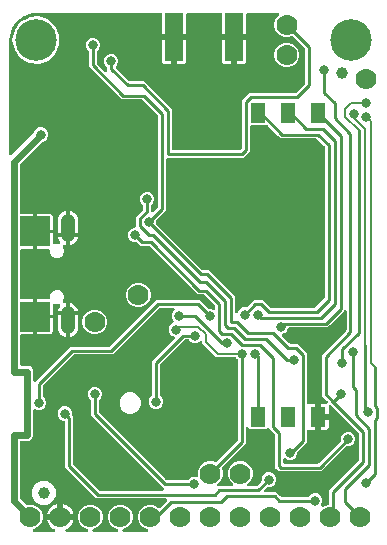
<source format=gbr>
G04 EAGLE Gerber RS-274X export*
G75*
%MOMM*%
%FSLAX34Y34*%
%LPD*%
%INBottom Copper*%
%IPPOS*%
%AMOC8*
5,1,8,0,0,1.08239X$1,22.5*%
G01*
%ADD10R,2.500000X2.500000*%
%ADD11C,1.208000*%
%ADD12C,3.516000*%
%ADD13C,1.778000*%
%ADD14R,1.300000X1.700000*%
%ADD15R,1.524000X4.064000*%
%ADD16C,1.000000*%
%ADD17C,0.800100*%
%ADD18C,0.254000*%
%ADD19C,0.203200*%
%ADD20C,0.609600*%

G36*
X24188Y129668D02*
X24188Y129668D01*
X24327Y129672D01*
X24347Y129678D01*
X24367Y129679D01*
X24499Y129722D01*
X24633Y129760D01*
X24650Y129771D01*
X24669Y129777D01*
X24787Y129851D01*
X24907Y129922D01*
X24928Y129940D01*
X24938Y129947D01*
X24952Y129962D01*
X25027Y130028D01*
X26944Y131944D01*
X52206Y157206D01*
X54512Y159513D01*
X87006Y159513D01*
X87104Y159525D01*
X87203Y159528D01*
X87262Y159545D01*
X87322Y159553D01*
X87414Y159589D01*
X87509Y159617D01*
X87561Y159647D01*
X87617Y159670D01*
X87697Y159728D01*
X87783Y159778D01*
X87858Y159844D01*
X87875Y159856D01*
X87883Y159866D01*
X87904Y159884D01*
X126902Y198883D01*
X163928Y198883D01*
X166234Y196577D01*
X166234Y196576D01*
X170986Y191825D01*
X171064Y191764D01*
X171136Y191696D01*
X171189Y191667D01*
X171237Y191630D01*
X171328Y191591D01*
X171415Y191543D01*
X171473Y191528D01*
X171529Y191504D01*
X171627Y191488D01*
X171723Y191463D01*
X171823Y191457D01*
X171843Y191454D01*
X171855Y191455D01*
X171883Y191453D01*
X173920Y191453D01*
X175282Y190889D01*
X175330Y190876D01*
X175375Y190855D01*
X175483Y190834D01*
X175589Y190805D01*
X175639Y190804D01*
X175688Y190795D01*
X175797Y190802D01*
X175907Y190800D01*
X175955Y190812D01*
X176005Y190815D01*
X176109Y190848D01*
X176216Y190874D01*
X176260Y190897D01*
X176307Y190913D01*
X176400Y190971D01*
X176497Y191023D01*
X176534Y191056D01*
X176576Y191083D01*
X176651Y191163D01*
X176733Y191237D01*
X176760Y191278D01*
X176794Y191314D01*
X176847Y191411D01*
X176907Y191502D01*
X176924Y191550D01*
X176948Y191593D01*
X176975Y191699D01*
X177011Y191803D01*
X177015Y191853D01*
X177027Y191901D01*
X177037Y192062D01*
X177037Y193686D01*
X177025Y193784D01*
X177022Y193883D01*
X177005Y193942D01*
X176997Y194002D01*
X176961Y194094D01*
X176933Y194189D01*
X176903Y194241D01*
X176880Y194297D01*
X176822Y194377D01*
X176772Y194463D01*
X176706Y194538D01*
X176694Y194555D01*
X176684Y194563D01*
X176666Y194584D01*
X167914Y203336D01*
X167835Y203396D01*
X167763Y203464D01*
X167710Y203493D01*
X167662Y203530D01*
X167571Y203570D01*
X167485Y203618D01*
X167426Y203633D01*
X167371Y203657D01*
X167273Y203672D01*
X167177Y203697D01*
X167077Y203703D01*
X167056Y203707D01*
X167044Y203705D01*
X167016Y203707D01*
X162198Y203707D01*
X121571Y244335D01*
X121492Y244396D01*
X121420Y244464D01*
X121367Y244493D01*
X121319Y244530D01*
X121228Y244569D01*
X121142Y244617D01*
X121083Y244632D01*
X121028Y244656D01*
X120930Y244672D01*
X120834Y244696D01*
X120734Y244703D01*
X120713Y244706D01*
X120701Y244705D01*
X120673Y244707D01*
X113843Y244707D01*
X110954Y247595D01*
X110876Y247656D01*
X110804Y247724D01*
X110751Y247753D01*
X110703Y247790D01*
X110612Y247829D01*
X110525Y247877D01*
X110467Y247892D01*
X110411Y247916D01*
X110313Y247932D01*
X110217Y247957D01*
X110117Y247963D01*
X110097Y247966D01*
X110085Y247965D01*
X110057Y247967D01*
X108020Y247967D01*
X105802Y248885D01*
X104105Y250582D01*
X103187Y252800D01*
X103187Y255200D01*
X104105Y257418D01*
X105802Y259115D01*
X108020Y260033D01*
X108458Y260033D01*
X108576Y260048D01*
X108695Y260056D01*
X108733Y260068D01*
X108774Y260073D01*
X108884Y260117D01*
X108997Y260154D01*
X109032Y260175D01*
X109069Y260190D01*
X109165Y260260D01*
X109266Y260324D01*
X109294Y260353D01*
X109327Y260377D01*
X109403Y260469D01*
X109484Y260555D01*
X109504Y260591D01*
X109529Y260622D01*
X109580Y260730D01*
X109638Y260834D01*
X109648Y260873D01*
X109665Y260910D01*
X109687Y261026D01*
X109717Y261142D01*
X109721Y261202D01*
X109725Y261222D01*
X109723Y261242D01*
X109727Y261302D01*
X109727Y269338D01*
X115706Y275316D01*
X115766Y275395D01*
X115834Y275467D01*
X115863Y275520D01*
X115900Y275568D01*
X115940Y275659D01*
X115988Y275745D01*
X116003Y275804D01*
X116027Y275859D01*
X116042Y275957D01*
X116067Y276053D01*
X116073Y276153D01*
X116077Y276174D01*
X116075Y276186D01*
X116077Y276214D01*
X116077Y278725D01*
X116065Y278823D01*
X116062Y278922D01*
X116045Y278980D01*
X116037Y279040D01*
X116001Y279132D01*
X115973Y279227D01*
X115943Y279280D01*
X115920Y279336D01*
X115862Y279416D01*
X115812Y279501D01*
X115746Y279577D01*
X115734Y279593D01*
X115724Y279601D01*
X115706Y279622D01*
X114265Y281062D01*
X113347Y283280D01*
X113347Y285680D01*
X114265Y287898D01*
X115962Y289595D01*
X118180Y290513D01*
X120580Y290513D01*
X122798Y289595D01*
X124495Y287898D01*
X125413Y285680D01*
X125413Y283280D01*
X124495Y281062D01*
X123054Y279622D01*
X122994Y279544D01*
X122926Y279472D01*
X122897Y279419D01*
X122860Y279371D01*
X122820Y279280D01*
X122772Y279193D01*
X122757Y279135D01*
X122733Y279079D01*
X122718Y278981D01*
X122693Y278885D01*
X122687Y278785D01*
X122683Y278765D01*
X122685Y278753D01*
X122683Y278725D01*
X122683Y274690D01*
X122700Y274552D01*
X122713Y274413D01*
X122720Y274394D01*
X122723Y274374D01*
X122774Y274245D01*
X122821Y274114D01*
X122832Y274097D01*
X122840Y274079D01*
X122921Y273966D01*
X122999Y273851D01*
X123015Y273838D01*
X123026Y273821D01*
X123134Y273732D01*
X123238Y273640D01*
X123256Y273631D01*
X123271Y273618D01*
X123397Y273559D01*
X123521Y273496D01*
X123541Y273491D01*
X123559Y273483D01*
X123695Y273457D01*
X123831Y273426D01*
X123852Y273427D01*
X123871Y273423D01*
X124010Y273432D01*
X124149Y273436D01*
X124169Y273442D01*
X124189Y273443D01*
X124321Y273486D01*
X124455Y273524D01*
X124472Y273535D01*
X124491Y273541D01*
X124609Y273615D01*
X124729Y273686D01*
X124750Y273704D01*
X124760Y273711D01*
X124774Y273726D01*
X124849Y273792D01*
X128406Y277348D01*
X128466Y277427D01*
X128534Y277499D01*
X128563Y277552D01*
X128600Y277600D01*
X128640Y277691D01*
X128688Y277777D01*
X128703Y277836D01*
X128727Y277891D01*
X128742Y277989D01*
X128767Y278085D01*
X128773Y278185D01*
X128777Y278205D01*
X128775Y278218D01*
X128777Y278246D01*
X128777Y354976D01*
X128765Y355074D01*
X128762Y355173D01*
X128745Y355232D01*
X128737Y355292D01*
X128701Y355384D01*
X128673Y355479D01*
X128643Y355531D01*
X128620Y355587D01*
X128562Y355668D01*
X128512Y355753D01*
X128446Y355828D01*
X128434Y355845D01*
X128424Y355853D01*
X128406Y355874D01*
X115844Y368436D01*
X115765Y368496D01*
X115693Y368564D01*
X115640Y368593D01*
X115592Y368630D01*
X115501Y368670D01*
X115415Y368718D01*
X115356Y368733D01*
X115301Y368757D01*
X115203Y368772D01*
X115107Y368797D01*
X115007Y368803D01*
X114986Y368807D01*
X114974Y368805D01*
X114946Y368807D01*
X97692Y368807D01*
X69977Y396522D01*
X69977Y409155D01*
X69965Y409253D01*
X69962Y409352D01*
X69945Y409410D01*
X69937Y409470D01*
X69901Y409562D01*
X69873Y409657D01*
X69843Y409710D01*
X69820Y409766D01*
X69762Y409846D01*
X69712Y409931D01*
X69646Y410007D01*
X69634Y410023D01*
X69624Y410031D01*
X69606Y410052D01*
X68165Y411492D01*
X67247Y413710D01*
X67247Y416110D01*
X68165Y418328D01*
X69862Y420025D01*
X72080Y420943D01*
X74480Y420943D01*
X76698Y420025D01*
X78395Y418328D01*
X79313Y416110D01*
X79313Y413710D01*
X78395Y411492D01*
X76954Y410052D01*
X76894Y409974D01*
X76826Y409902D01*
X76797Y409849D01*
X76760Y409801D01*
X76720Y409710D01*
X76672Y409623D01*
X76657Y409565D01*
X76633Y409509D01*
X76618Y409411D01*
X76593Y409315D01*
X76587Y409215D01*
X76583Y409195D01*
X76585Y409183D01*
X76583Y409155D01*
X76583Y399784D01*
X76595Y399686D01*
X76598Y399587D01*
X76615Y399528D01*
X76623Y399468D01*
X76659Y399376D01*
X76687Y399281D01*
X76717Y399229D01*
X76740Y399173D01*
X76798Y399093D01*
X76848Y399007D01*
X76914Y398932D01*
X76926Y398915D01*
X76936Y398907D01*
X76954Y398886D01*
X83431Y392410D01*
X83540Y392325D01*
X83647Y392236D01*
X83666Y392228D01*
X83682Y392215D01*
X83810Y392160D01*
X83935Y392101D01*
X83955Y392097D01*
X83974Y392089D01*
X84112Y392067D01*
X84248Y392041D01*
X84268Y392042D01*
X84288Y392039D01*
X84427Y392052D01*
X84565Y392061D01*
X84584Y392067D01*
X84604Y392069D01*
X84736Y392116D01*
X84867Y392159D01*
X84885Y392170D01*
X84904Y392177D01*
X85019Y392255D01*
X85136Y392329D01*
X85150Y392344D01*
X85167Y392355D01*
X85259Y392459D01*
X85354Y392561D01*
X85364Y392578D01*
X85377Y392594D01*
X85441Y392718D01*
X85508Y392839D01*
X85513Y392859D01*
X85522Y392877D01*
X85552Y393013D01*
X85587Y393147D01*
X85589Y393175D01*
X85592Y393187D01*
X85591Y393208D01*
X85597Y393308D01*
X85597Y395565D01*
X85585Y395663D01*
X85582Y395762D01*
X85565Y395820D01*
X85557Y395880D01*
X85521Y395972D01*
X85493Y396067D01*
X85463Y396120D01*
X85440Y396176D01*
X85382Y396256D01*
X85332Y396341D01*
X85266Y396417D01*
X85254Y396433D01*
X85244Y396441D01*
X85226Y396462D01*
X83785Y397902D01*
X82867Y400120D01*
X82867Y402520D01*
X83785Y404738D01*
X85482Y406435D01*
X87700Y407353D01*
X90100Y407353D01*
X92318Y406435D01*
X94015Y404738D01*
X94933Y402520D01*
X94933Y400120D01*
X94015Y397902D01*
X93224Y397112D01*
X93151Y397018D01*
X93072Y396928D01*
X93054Y396892D01*
X93029Y396860D01*
X92982Y396751D01*
X92928Y396645D01*
X92919Y396606D01*
X92903Y396569D01*
X92884Y396451D01*
X92858Y396335D01*
X92859Y396295D01*
X92853Y396255D01*
X92864Y396136D01*
X92868Y396017D01*
X92879Y395978D01*
X92883Y395938D01*
X92923Y395826D01*
X92956Y395712D01*
X92977Y395677D01*
X92990Y395639D01*
X93057Y395540D01*
X93118Y395438D01*
X93157Y395392D01*
X93169Y395376D01*
X93184Y395362D01*
X93224Y395317D01*
X103866Y384674D01*
X103945Y384614D01*
X104017Y384546D01*
X104070Y384517D01*
X104118Y384480D01*
X104209Y384440D01*
X104295Y384392D01*
X104354Y384377D01*
X104409Y384353D01*
X104507Y384338D01*
X104603Y384313D01*
X104703Y384307D01*
X104724Y384303D01*
X104736Y384305D01*
X104764Y384303D01*
X116938Y384303D01*
X140463Y360778D01*
X140463Y327152D01*
X140478Y327034D01*
X140485Y326915D01*
X140498Y326877D01*
X140503Y326836D01*
X140546Y326726D01*
X140583Y326613D01*
X140605Y326578D01*
X140620Y326541D01*
X140689Y326445D01*
X140753Y326344D01*
X140783Y326316D01*
X140806Y326283D01*
X140898Y326207D01*
X140985Y326126D01*
X141020Y326106D01*
X141051Y326081D01*
X141159Y326030D01*
X141263Y325972D01*
X141303Y325962D01*
X141339Y325945D01*
X141456Y325923D01*
X141571Y325893D01*
X141631Y325889D01*
X141651Y325885D01*
X141672Y325887D01*
X141732Y325883D01*
X197496Y325883D01*
X197594Y325895D01*
X197693Y325898D01*
X197752Y325915D01*
X197812Y325923D01*
X197904Y325959D01*
X197999Y325987D01*
X198051Y326017D01*
X198107Y326040D01*
X198187Y326098D01*
X198273Y326148D01*
X198348Y326214D01*
X198365Y326226D01*
X198373Y326236D01*
X198394Y326254D01*
X199526Y327386D01*
X199586Y327465D01*
X199654Y327537D01*
X199683Y327590D01*
X199720Y327638D01*
X199760Y327729D01*
X199808Y327815D01*
X199823Y327874D01*
X199847Y327929D01*
X199862Y328027D01*
X199887Y328123D01*
X199893Y328223D01*
X199897Y328244D01*
X199895Y328256D01*
X199897Y328284D01*
X199897Y368398D01*
X205642Y374143D01*
X244486Y374143D01*
X244584Y374155D01*
X244683Y374158D01*
X244742Y374175D01*
X244802Y374183D01*
X244894Y374219D01*
X244989Y374247D01*
X245041Y374277D01*
X245097Y374300D01*
X245177Y374358D01*
X245263Y374408D01*
X245338Y374474D01*
X245355Y374486D01*
X245363Y374496D01*
X245384Y374514D01*
X252651Y381782D01*
X252712Y381860D01*
X252780Y381932D01*
X252809Y381985D01*
X252846Y382033D01*
X252886Y382124D01*
X252933Y382211D01*
X252949Y382270D01*
X252973Y382325D01*
X252988Y382423D01*
X253013Y382519D01*
X253019Y382619D01*
X253022Y382639D01*
X253021Y382652D01*
X253023Y382680D01*
X253023Y411070D01*
X253011Y411169D01*
X253008Y411268D01*
X252991Y411326D01*
X252983Y411386D01*
X252947Y411478D01*
X252919Y411573D01*
X252888Y411625D01*
X252866Y411682D01*
X252808Y411762D01*
X252758Y411847D01*
X252691Y411922D01*
X252679Y411939D01*
X252670Y411947D01*
X252651Y411968D01*
X242758Y421861D01*
X242735Y421879D01*
X242716Y421902D01*
X242610Y421976D01*
X242507Y422056D01*
X242480Y422068D01*
X242456Y422085D01*
X242334Y422131D01*
X242215Y422182D01*
X242186Y422187D01*
X242158Y422198D01*
X242029Y422212D01*
X241901Y422232D01*
X241871Y422230D01*
X241842Y422233D01*
X241714Y422215D01*
X241584Y422203D01*
X241556Y422193D01*
X241527Y422188D01*
X241375Y422136D01*
X239562Y421385D01*
X235418Y421385D01*
X231591Y422971D01*
X228661Y425901D01*
X227075Y429728D01*
X227075Y433872D01*
X228661Y437699D01*
X230754Y439793D01*
X230839Y439902D01*
X230928Y440009D01*
X230936Y440028D01*
X230949Y440044D01*
X231004Y440172D01*
X231063Y440297D01*
X231067Y440317D01*
X231075Y440336D01*
X231097Y440474D01*
X231123Y440610D01*
X231122Y440630D01*
X231125Y440650D01*
X231112Y440789D01*
X231103Y440927D01*
X231097Y440946D01*
X231095Y440966D01*
X231048Y441098D01*
X231005Y441229D01*
X230994Y441247D01*
X230988Y441266D01*
X230910Y441381D01*
X230835Y441498D01*
X230820Y441512D01*
X230809Y441529D01*
X230705Y441621D01*
X230604Y441716D01*
X230586Y441726D01*
X230571Y441739D01*
X230446Y441803D01*
X230325Y441870D01*
X230305Y441875D01*
X230287Y441884D01*
X230152Y441914D01*
X230017Y441949D01*
X229989Y441951D01*
X229977Y441954D01*
X229957Y441953D01*
X229856Y441959D01*
X204470Y441959D01*
X204352Y441944D01*
X204233Y441937D01*
X204195Y441924D01*
X204154Y441919D01*
X204044Y441876D01*
X203931Y441839D01*
X203896Y441817D01*
X203859Y441802D01*
X203763Y441733D01*
X203662Y441669D01*
X203634Y441639D01*
X203601Y441616D01*
X203525Y441524D01*
X203444Y441437D01*
X203424Y441402D01*
X203399Y441371D01*
X203348Y441263D01*
X203290Y441159D01*
X203280Y441119D01*
X203263Y441083D01*
X203241Y440966D01*
X203211Y440851D01*
X203207Y440791D01*
X203203Y440771D01*
X203205Y440750D01*
X203201Y440690D01*
X203201Y424179D01*
X194310Y424179D01*
X194192Y424164D01*
X194073Y424157D01*
X194035Y424144D01*
X193995Y424139D01*
X193884Y424095D01*
X193771Y424059D01*
X193736Y424037D01*
X193699Y424022D01*
X193603Y423952D01*
X193502Y423889D01*
X193474Y423859D01*
X193442Y423835D01*
X193366Y423744D01*
X193284Y423657D01*
X193265Y423622D01*
X193239Y423590D01*
X193188Y423483D01*
X193131Y423379D01*
X193120Y423339D01*
X193103Y423303D01*
X193081Y423186D01*
X193051Y423071D01*
X193047Y423010D01*
X193043Y422990D01*
X193045Y422970D01*
X193041Y422910D01*
X193041Y421639D01*
X193039Y421639D01*
X193039Y422910D01*
X193024Y423028D01*
X193017Y423147D01*
X193004Y423185D01*
X192999Y423225D01*
X192955Y423336D01*
X192919Y423449D01*
X192897Y423484D01*
X192882Y423521D01*
X192812Y423617D01*
X192749Y423718D01*
X192719Y423746D01*
X192695Y423778D01*
X192604Y423854D01*
X192517Y423936D01*
X192482Y423955D01*
X192450Y423981D01*
X192343Y424032D01*
X192239Y424089D01*
X192199Y424100D01*
X192163Y424117D01*
X192046Y424139D01*
X191931Y424169D01*
X191870Y424173D01*
X191850Y424177D01*
X191830Y424175D01*
X191770Y424179D01*
X182879Y424179D01*
X182879Y440690D01*
X182864Y440808D01*
X182857Y440927D01*
X182844Y440965D01*
X182839Y441006D01*
X182796Y441116D01*
X182759Y441229D01*
X182737Y441264D01*
X182722Y441301D01*
X182653Y441397D01*
X182589Y441498D01*
X182559Y441526D01*
X182536Y441559D01*
X182444Y441635D01*
X182357Y441716D01*
X182322Y441736D01*
X182291Y441761D01*
X182183Y441812D01*
X182079Y441870D01*
X182039Y441880D01*
X182003Y441897D01*
X181886Y441919D01*
X181771Y441949D01*
X181711Y441953D01*
X181691Y441957D01*
X181670Y441955D01*
X181610Y441959D01*
X153670Y441959D01*
X153552Y441944D01*
X153433Y441937D01*
X153395Y441924D01*
X153354Y441919D01*
X153244Y441876D01*
X153131Y441839D01*
X153096Y441817D01*
X153059Y441802D01*
X152963Y441733D01*
X152862Y441669D01*
X152834Y441639D01*
X152801Y441616D01*
X152725Y441524D01*
X152644Y441437D01*
X152624Y441402D01*
X152599Y441371D01*
X152548Y441263D01*
X152490Y441159D01*
X152480Y441119D01*
X152463Y441083D01*
X152441Y440966D01*
X152411Y440851D01*
X152407Y440791D01*
X152403Y440771D01*
X152405Y440750D01*
X152401Y440690D01*
X152401Y424179D01*
X143510Y424179D01*
X143392Y424164D01*
X143273Y424157D01*
X143235Y424144D01*
X143195Y424139D01*
X143084Y424095D01*
X142971Y424059D01*
X142936Y424037D01*
X142899Y424022D01*
X142803Y423952D01*
X142702Y423889D01*
X142674Y423859D01*
X142642Y423835D01*
X142566Y423744D01*
X142484Y423657D01*
X142465Y423622D01*
X142439Y423590D01*
X142388Y423483D01*
X142331Y423379D01*
X142320Y423339D01*
X142303Y423303D01*
X142281Y423186D01*
X142251Y423071D01*
X142247Y423010D01*
X142243Y422990D01*
X142245Y422970D01*
X142241Y422910D01*
X142241Y421639D01*
X142239Y421639D01*
X142239Y422910D01*
X142224Y423028D01*
X142217Y423147D01*
X142204Y423185D01*
X142199Y423225D01*
X142155Y423336D01*
X142119Y423449D01*
X142097Y423484D01*
X142082Y423521D01*
X142012Y423617D01*
X141949Y423718D01*
X141919Y423746D01*
X141895Y423778D01*
X141804Y423854D01*
X141717Y423936D01*
X141682Y423955D01*
X141650Y423981D01*
X141543Y424032D01*
X141439Y424089D01*
X141399Y424100D01*
X141363Y424117D01*
X141246Y424139D01*
X141131Y424169D01*
X141070Y424173D01*
X141050Y424177D01*
X141030Y424175D01*
X140970Y424179D01*
X132079Y424179D01*
X132079Y440690D01*
X132064Y440808D01*
X132057Y440927D01*
X132044Y440965D01*
X132039Y441006D01*
X131996Y441116D01*
X131959Y441229D01*
X131937Y441264D01*
X131922Y441301D01*
X131853Y441397D01*
X131789Y441498D01*
X131759Y441526D01*
X131736Y441559D01*
X131644Y441635D01*
X131557Y441716D01*
X131522Y441736D01*
X131491Y441761D01*
X131383Y441812D01*
X131279Y441870D01*
X131239Y441880D01*
X131203Y441897D01*
X131086Y441919D01*
X130971Y441949D01*
X130911Y441953D01*
X130891Y441957D01*
X130870Y441955D01*
X130810Y441959D01*
X25400Y441959D01*
X25378Y441957D01*
X25300Y441955D01*
X21923Y441690D01*
X21855Y441676D01*
X21786Y441671D01*
X21630Y441631D01*
X18892Y440741D01*
X18867Y440730D01*
X18841Y440724D01*
X18724Y440663D01*
X18604Y440606D01*
X18583Y440589D01*
X18560Y440577D01*
X18462Y440489D01*
X18445Y440488D01*
X18418Y440493D01*
X18286Y440485D01*
X18153Y440483D01*
X18128Y440475D01*
X18101Y440474D01*
X17945Y440434D01*
X15206Y439544D01*
X15099Y439494D01*
X14988Y439450D01*
X14937Y439417D01*
X14918Y439409D01*
X14903Y439396D01*
X14852Y439364D01*
X9388Y435393D01*
X9301Y435312D01*
X9209Y435236D01*
X9171Y435190D01*
X9156Y435176D01*
X9145Y435158D01*
X9107Y435112D01*
X5136Y429648D01*
X5079Y429544D01*
X5015Y429444D01*
X4993Y429387D01*
X4983Y429369D01*
X4978Y429349D01*
X4956Y429294D01*
X2869Y422870D01*
X2856Y422802D01*
X2833Y422736D01*
X2810Y422577D01*
X2545Y419200D01*
X2546Y419178D01*
X2541Y419100D01*
X2541Y322670D01*
X2558Y322533D01*
X2571Y322394D01*
X2578Y322375D01*
X2581Y322355D01*
X2632Y322226D01*
X2679Y322095D01*
X2690Y322078D01*
X2698Y322059D01*
X2779Y321947D01*
X2857Y321831D01*
X2873Y321818D01*
X2884Y321802D01*
X2992Y321713D01*
X3096Y321621D01*
X3114Y321612D01*
X3129Y321599D01*
X3255Y321540D01*
X3379Y321476D01*
X3399Y321472D01*
X3417Y321463D01*
X3553Y321437D01*
X3689Y321407D01*
X3710Y321407D01*
X3729Y321404D01*
X3868Y321412D01*
X4007Y321416D01*
X4027Y321422D01*
X4047Y321423D01*
X4179Y321466D01*
X4313Y321505D01*
X4330Y321515D01*
X4349Y321521D01*
X4467Y321596D01*
X4587Y321666D01*
X4608Y321685D01*
X4618Y321691D01*
X4632Y321706D01*
X4707Y321773D01*
X22964Y340029D01*
X22970Y340037D01*
X22977Y340043D01*
X23066Y340161D01*
X23159Y340281D01*
X23163Y340289D01*
X23168Y340297D01*
X23239Y340441D01*
X24095Y342508D01*
X25792Y344205D01*
X28010Y345123D01*
X30410Y345123D01*
X32628Y344205D01*
X34325Y342508D01*
X35243Y340290D01*
X35243Y337890D01*
X34325Y335672D01*
X32628Y333975D01*
X30561Y333119D01*
X30553Y333115D01*
X30544Y333112D01*
X30415Y333036D01*
X30285Y332962D01*
X30278Y332955D01*
X30270Y332951D01*
X30149Y332844D01*
X11802Y314497D01*
X11742Y314419D01*
X11674Y314347D01*
X11645Y314294D01*
X11608Y314246D01*
X11568Y314155D01*
X11520Y314068D01*
X11505Y314010D01*
X11481Y313954D01*
X11466Y313856D01*
X11441Y313760D01*
X11435Y313660D01*
X11431Y313640D01*
X11433Y313628D01*
X11431Y313600D01*
X11431Y273290D01*
X11446Y273172D01*
X11453Y273053D01*
X11466Y273015D01*
X11471Y272974D01*
X11514Y272864D01*
X11551Y272751D01*
X11573Y272716D01*
X11588Y272679D01*
X11657Y272583D01*
X11721Y272482D01*
X11751Y272454D01*
X11774Y272421D01*
X11866Y272345D01*
X11953Y272264D01*
X11988Y272244D01*
X12019Y272219D01*
X12127Y272168D01*
X12231Y272110D01*
X12271Y272100D01*
X12307Y272083D01*
X12424Y272061D01*
X12539Y272031D01*
X12599Y272027D01*
X12619Y272023D01*
X12640Y272025D01*
X12700Y272021D01*
X22681Y272021D01*
X22681Y263790D01*
X22696Y263672D01*
X22703Y263553D01*
X22715Y263515D01*
X22721Y263474D01*
X22764Y263364D01*
X22801Y263251D01*
X22823Y263216D01*
X22838Y263179D01*
X22907Y263083D01*
X22971Y262982D01*
X23001Y262954D01*
X23024Y262921D01*
X23116Y262845D01*
X23203Y262764D01*
X23238Y262744D01*
X23269Y262719D01*
X23377Y262668D01*
X23481Y262610D01*
X23521Y262600D01*
X23557Y262583D01*
X23674Y262561D01*
X23789Y262531D01*
X23849Y262527D01*
X23869Y262523D01*
X23890Y262525D01*
X23950Y262521D01*
X24410Y262521D01*
X24528Y262536D01*
X24647Y262543D01*
X24685Y262556D01*
X24726Y262561D01*
X24836Y262604D01*
X24949Y262641D01*
X24984Y262663D01*
X25021Y262678D01*
X25117Y262747D01*
X25218Y262811D01*
X25246Y262841D01*
X25279Y262864D01*
X25355Y262956D01*
X25436Y263043D01*
X25456Y263078D01*
X25481Y263109D01*
X25532Y263217D01*
X25590Y263321D01*
X25600Y263361D01*
X25617Y263397D01*
X25639Y263514D01*
X25669Y263629D01*
X25673Y263689D01*
X25677Y263709D01*
X25675Y263730D01*
X25679Y263790D01*
X25679Y272021D01*
X37014Y272021D01*
X37661Y271848D01*
X38240Y271513D01*
X38713Y271040D01*
X39048Y270461D01*
X39221Y269814D01*
X39221Y258479D01*
X33527Y258479D01*
X33465Y258472D01*
X33404Y258473D01*
X33308Y258452D01*
X33211Y258439D01*
X33154Y258417D01*
X33094Y258403D01*
X33006Y258358D01*
X32915Y258322D01*
X32865Y258286D01*
X32811Y258258D01*
X32737Y258193D01*
X32658Y258136D01*
X32619Y258088D01*
X32573Y258047D01*
X32518Y257966D01*
X32455Y257891D01*
X32429Y257835D01*
X32394Y257784D01*
X32361Y257691D01*
X32320Y257603D01*
X32308Y257542D01*
X32287Y257484D01*
X32263Y257325D01*
X32242Y257095D01*
X32243Y257060D01*
X32237Y257026D01*
X32242Y256865D01*
X32263Y256635D01*
X32276Y256575D01*
X32280Y256513D01*
X32310Y256420D01*
X32331Y256324D01*
X32359Y256269D01*
X32378Y256211D01*
X32430Y256128D01*
X32474Y256040D01*
X32515Y255994D01*
X32548Y255942D01*
X32619Y255875D01*
X32684Y255801D01*
X32735Y255766D01*
X32779Y255724D01*
X32865Y255677D01*
X32946Y255621D01*
X33004Y255600D01*
X33058Y255570D01*
X33153Y255546D01*
X33245Y255512D01*
X33306Y255506D01*
X33366Y255491D01*
X33527Y255481D01*
X39221Y255481D01*
X39221Y247278D01*
X39227Y247229D01*
X39225Y247179D01*
X39247Y247072D01*
X39261Y246962D01*
X39279Y246916D01*
X39289Y246868D01*
X39337Y246769D01*
X39378Y246667D01*
X39407Y246627D01*
X39429Y246582D01*
X39500Y246498D01*
X39564Y246409D01*
X39603Y246378D01*
X39635Y246340D01*
X39725Y246277D01*
X39809Y246207D01*
X39854Y246185D01*
X39895Y246157D01*
X39998Y246118D01*
X40097Y246071D01*
X40146Y246062D01*
X40192Y246044D01*
X40302Y246032D01*
X40409Y246011D01*
X40459Y246014D01*
X40508Y246009D01*
X40617Y246024D01*
X40727Y246031D01*
X40774Y246046D01*
X40823Y246053D01*
X40976Y246105D01*
X41978Y246521D01*
X44470Y246521D01*
X44484Y246523D01*
X44499Y246521D01*
X44642Y246542D01*
X44785Y246561D01*
X44799Y246566D01*
X44813Y246568D01*
X44947Y246625D01*
X45081Y246678D01*
X45093Y246686D01*
X45106Y246692D01*
X45221Y246780D01*
X45338Y246864D01*
X45348Y246876D01*
X45359Y246885D01*
X45448Y246998D01*
X45541Y247109D01*
X45547Y247123D01*
X45556Y247134D01*
X45615Y247267D01*
X45676Y247397D01*
X45679Y247412D01*
X45685Y247425D01*
X45709Y247568D01*
X45736Y247709D01*
X45735Y247724D01*
X45738Y247739D01*
X45725Y247883D01*
X45717Y248027D01*
X45712Y248041D01*
X45711Y248056D01*
X45663Y248193D01*
X45618Y248329D01*
X45611Y248342D01*
X45606Y248356D01*
X45525Y248495D01*
X44576Y249916D01*
X43929Y251477D01*
X43779Y252231D01*
X50431Y252231D01*
X50431Y245579D01*
X49682Y245728D01*
X49667Y245729D01*
X49653Y245734D01*
X49509Y245740D01*
X49364Y245751D01*
X49350Y245748D01*
X49335Y245749D01*
X49194Y245720D01*
X49052Y245694D01*
X49038Y245687D01*
X49024Y245684D01*
X48894Y245621D01*
X48763Y245560D01*
X48751Y245551D01*
X48738Y245545D01*
X48628Y245451D01*
X48516Y245360D01*
X48507Y245348D01*
X48496Y245338D01*
X48413Y245220D01*
X48327Y245104D01*
X48321Y245090D01*
X48313Y245078D01*
X48262Y244944D01*
X48207Y244809D01*
X48205Y244795D01*
X48200Y244781D01*
X48184Y244637D01*
X48165Y244494D01*
X48167Y244480D01*
X48165Y244465D01*
X48185Y244321D01*
X48202Y244178D01*
X48207Y244165D01*
X48209Y244150D01*
X48261Y243998D01*
X49221Y241682D01*
X49221Y239278D01*
X48301Y237058D01*
X46602Y235359D01*
X44382Y234439D01*
X41978Y234439D01*
X39758Y235359D01*
X38059Y237058D01*
X37139Y239278D01*
X37139Y240670D01*
X37124Y240788D01*
X37117Y240907D01*
X37104Y240945D01*
X37099Y240986D01*
X37056Y241096D01*
X37019Y241209D01*
X36997Y241244D01*
X36982Y241281D01*
X36913Y241377D01*
X36849Y241478D01*
X36819Y241506D01*
X36796Y241539D01*
X36704Y241615D01*
X36617Y241696D01*
X36582Y241716D01*
X36551Y241741D01*
X36443Y241792D01*
X36339Y241850D01*
X36299Y241860D01*
X36263Y241877D01*
X36146Y241899D01*
X36031Y241929D01*
X35971Y241933D01*
X35951Y241937D01*
X35930Y241935D01*
X35870Y241939D01*
X25679Y241939D01*
X25679Y250170D01*
X25664Y250288D01*
X25657Y250407D01*
X25644Y250445D01*
X25639Y250486D01*
X25596Y250596D01*
X25559Y250709D01*
X25537Y250744D01*
X25522Y250781D01*
X25453Y250877D01*
X25389Y250978D01*
X25359Y251006D01*
X25336Y251039D01*
X25244Y251115D01*
X25157Y251196D01*
X25122Y251216D01*
X25091Y251241D01*
X24983Y251292D01*
X24879Y251350D01*
X24839Y251360D01*
X24803Y251377D01*
X24686Y251399D01*
X24571Y251429D01*
X24511Y251433D01*
X24491Y251437D01*
X24470Y251435D01*
X24410Y251439D01*
X23950Y251439D01*
X23832Y251424D01*
X23713Y251417D01*
X23675Y251404D01*
X23634Y251399D01*
X23524Y251356D01*
X23411Y251319D01*
X23376Y251297D01*
X23339Y251282D01*
X23242Y251213D01*
X23142Y251149D01*
X23114Y251119D01*
X23081Y251096D01*
X23005Y251004D01*
X22924Y250917D01*
X22904Y250882D01*
X22879Y250851D01*
X22828Y250743D01*
X22770Y250639D01*
X22760Y250599D01*
X22743Y250563D01*
X22721Y250446D01*
X22691Y250331D01*
X22687Y250271D01*
X22683Y250251D01*
X22685Y250230D01*
X22681Y250170D01*
X22681Y241939D01*
X12700Y241939D01*
X12582Y241924D01*
X12463Y241917D01*
X12425Y241904D01*
X12384Y241899D01*
X12274Y241856D01*
X12161Y241819D01*
X12126Y241797D01*
X12089Y241782D01*
X11993Y241713D01*
X11892Y241649D01*
X11864Y241619D01*
X11831Y241596D01*
X11755Y241504D01*
X11674Y241417D01*
X11654Y241382D01*
X11629Y241351D01*
X11578Y241243D01*
X11520Y241139D01*
X11510Y241099D01*
X11493Y241063D01*
X11471Y240946D01*
X11441Y240831D01*
X11437Y240771D01*
X11433Y240751D01*
X11435Y240730D01*
X11431Y240670D01*
X11431Y201290D01*
X11446Y201172D01*
X11453Y201053D01*
X11466Y201015D01*
X11471Y200974D01*
X11514Y200864D01*
X11551Y200751D01*
X11573Y200716D01*
X11588Y200679D01*
X11657Y200583D01*
X11721Y200482D01*
X11751Y200454D01*
X11774Y200421D01*
X11866Y200345D01*
X11953Y200264D01*
X11988Y200244D01*
X12019Y200219D01*
X12127Y200168D01*
X12231Y200110D01*
X12271Y200100D01*
X12307Y200083D01*
X12424Y200061D01*
X12539Y200031D01*
X12599Y200027D01*
X12619Y200023D01*
X12640Y200025D01*
X12700Y200021D01*
X22681Y200021D01*
X22681Y191790D01*
X22696Y191672D01*
X22703Y191553D01*
X22715Y191515D01*
X22721Y191474D01*
X22764Y191364D01*
X22801Y191251D01*
X22823Y191216D01*
X22838Y191179D01*
X22907Y191083D01*
X22971Y190982D01*
X23001Y190954D01*
X23024Y190921D01*
X23116Y190845D01*
X23203Y190764D01*
X23238Y190744D01*
X23269Y190719D01*
X23377Y190668D01*
X23481Y190610D01*
X23521Y190600D01*
X23557Y190583D01*
X23674Y190561D01*
X23789Y190531D01*
X23849Y190527D01*
X23869Y190523D01*
X23890Y190525D01*
X23950Y190521D01*
X24410Y190521D01*
X24528Y190536D01*
X24647Y190543D01*
X24685Y190556D01*
X24726Y190561D01*
X24836Y190604D01*
X24949Y190641D01*
X24984Y190663D01*
X25021Y190678D01*
X25117Y190747D01*
X25218Y190811D01*
X25246Y190841D01*
X25279Y190864D01*
X25355Y190956D01*
X25436Y191043D01*
X25456Y191078D01*
X25481Y191109D01*
X25532Y191217D01*
X25590Y191321D01*
X25600Y191361D01*
X25617Y191397D01*
X25639Y191514D01*
X25669Y191629D01*
X25673Y191689D01*
X25677Y191709D01*
X25675Y191730D01*
X25679Y191790D01*
X25679Y200021D01*
X35870Y200021D01*
X35988Y200036D01*
X36107Y200043D01*
X36145Y200056D01*
X36186Y200061D01*
X36296Y200104D01*
X36409Y200141D01*
X36444Y200163D01*
X36481Y200178D01*
X36577Y200247D01*
X36678Y200311D01*
X36706Y200341D01*
X36739Y200364D01*
X36815Y200456D01*
X36896Y200543D01*
X36916Y200578D01*
X36941Y200609D01*
X36992Y200717D01*
X37050Y200821D01*
X37060Y200861D01*
X37077Y200897D01*
X37099Y201014D01*
X37129Y201129D01*
X37133Y201189D01*
X37137Y201209D01*
X37135Y201230D01*
X37139Y201290D01*
X37139Y202682D01*
X38059Y204902D01*
X39758Y206601D01*
X41978Y207521D01*
X44382Y207521D01*
X46602Y206601D01*
X48301Y204902D01*
X49221Y202682D01*
X49221Y200278D01*
X48261Y197962D01*
X48258Y197948D01*
X48250Y197935D01*
X48216Y197795D01*
X48177Y197656D01*
X48177Y197641D01*
X48174Y197627D01*
X48175Y197482D01*
X48172Y197338D01*
X48176Y197323D01*
X48176Y197309D01*
X48213Y197169D01*
X48247Y197028D01*
X48254Y197015D01*
X48257Y197001D01*
X48328Y196875D01*
X48395Y196747D01*
X48405Y196736D01*
X48412Y196724D01*
X48512Y196619D01*
X48609Y196512D01*
X48622Y196504D01*
X48632Y196493D01*
X48754Y196417D01*
X48875Y196337D01*
X48889Y196332D01*
X48901Y196325D01*
X49039Y196281D01*
X49176Y196234D01*
X49190Y196233D01*
X49205Y196228D01*
X49349Y196220D01*
X49493Y196209D01*
X49507Y196211D01*
X49522Y196211D01*
X49682Y196232D01*
X50431Y196381D01*
X50431Y189729D01*
X43779Y189729D01*
X43929Y190483D01*
X44576Y192044D01*
X45525Y193465D01*
X45532Y193478D01*
X45541Y193489D01*
X45602Y193620D01*
X45667Y193749D01*
X45670Y193764D01*
X45676Y193777D01*
X45704Y193918D01*
X45734Y194060D01*
X45733Y194075D01*
X45736Y194090D01*
X45727Y194233D01*
X45722Y194378D01*
X45717Y194392D01*
X45717Y194407D01*
X45672Y194544D01*
X45631Y194683D01*
X45623Y194695D01*
X45618Y194709D01*
X45541Y194832D01*
X45467Y194955D01*
X45456Y194966D01*
X45448Y194978D01*
X45343Y195077D01*
X45240Y195178D01*
X45228Y195186D01*
X45217Y195196D01*
X45090Y195266D01*
X44965Y195338D01*
X44951Y195342D01*
X44938Y195350D01*
X44798Y195386D01*
X44659Y195425D01*
X44645Y195425D01*
X44630Y195429D01*
X44470Y195439D01*
X41978Y195439D01*
X40976Y195855D01*
X40928Y195868D01*
X40883Y195889D01*
X40775Y195910D01*
X40669Y195939D01*
X40619Y195939D01*
X40570Y195949D01*
X40461Y195942D01*
X40351Y195944D01*
X40303Y195932D01*
X40253Y195929D01*
X40149Y195895D01*
X40042Y195869D01*
X39998Y195846D01*
X39951Y195831D01*
X39858Y195772D01*
X39761Y195721D01*
X39724Y195687D01*
X39682Y195661D01*
X39607Y195581D01*
X39525Y195507D01*
X39498Y195465D01*
X39464Y195429D01*
X39411Y195333D01*
X39351Y195241D01*
X39334Y195194D01*
X39310Y195151D01*
X39283Y195044D01*
X39247Y194940D01*
X39243Y194891D01*
X39231Y194843D01*
X39221Y194682D01*
X39221Y186479D01*
X33527Y186479D01*
X33465Y186472D01*
X33404Y186473D01*
X33308Y186452D01*
X33211Y186439D01*
X33154Y186417D01*
X33094Y186403D01*
X33006Y186358D01*
X32915Y186322D01*
X32865Y186286D01*
X32811Y186258D01*
X32737Y186193D01*
X32658Y186136D01*
X32619Y186088D01*
X32573Y186047D01*
X32518Y185966D01*
X32455Y185891D01*
X32429Y185835D01*
X32394Y185784D01*
X32361Y185691D01*
X32320Y185603D01*
X32308Y185542D01*
X32287Y185484D01*
X32263Y185325D01*
X32242Y185095D01*
X32243Y185060D01*
X32237Y185026D01*
X32242Y184865D01*
X32263Y184635D01*
X32276Y184575D01*
X32280Y184513D01*
X32310Y184420D01*
X32331Y184324D01*
X32359Y184269D01*
X32378Y184211D01*
X32430Y184128D01*
X32474Y184040D01*
X32515Y183994D01*
X32548Y183942D01*
X32619Y183875D01*
X32684Y183801D01*
X32734Y183766D01*
X32779Y183724D01*
X32865Y183677D01*
X32946Y183621D01*
X33004Y183600D01*
X33058Y183570D01*
X33153Y183546D01*
X33245Y183512D01*
X33306Y183506D01*
X33366Y183491D01*
X33527Y183481D01*
X39221Y183481D01*
X39221Y172146D01*
X39048Y171499D01*
X38713Y170920D01*
X38240Y170447D01*
X37661Y170112D01*
X37014Y169939D01*
X25679Y169939D01*
X25679Y178170D01*
X25664Y178288D01*
X25657Y178407D01*
X25644Y178445D01*
X25639Y178486D01*
X25596Y178596D01*
X25559Y178709D01*
X25537Y178744D01*
X25522Y178781D01*
X25453Y178877D01*
X25389Y178978D01*
X25359Y179006D01*
X25336Y179039D01*
X25244Y179115D01*
X25157Y179196D01*
X25122Y179216D01*
X25091Y179241D01*
X24983Y179292D01*
X24879Y179350D01*
X24839Y179360D01*
X24803Y179377D01*
X24686Y179399D01*
X24571Y179429D01*
X24511Y179433D01*
X24491Y179437D01*
X24470Y179435D01*
X24410Y179439D01*
X23950Y179439D01*
X23832Y179424D01*
X23713Y179417D01*
X23675Y179404D01*
X23634Y179399D01*
X23524Y179356D01*
X23411Y179319D01*
X23376Y179297D01*
X23339Y179282D01*
X23242Y179213D01*
X23142Y179149D01*
X23114Y179119D01*
X23081Y179096D01*
X23005Y179004D01*
X22924Y178917D01*
X22904Y178882D01*
X22879Y178851D01*
X22828Y178743D01*
X22770Y178639D01*
X22760Y178599D01*
X22743Y178563D01*
X22721Y178446D01*
X22691Y178331D01*
X22687Y178271D01*
X22683Y178251D01*
X22685Y178230D01*
X22681Y178170D01*
X22681Y169939D01*
X12700Y169939D01*
X12582Y169924D01*
X12463Y169917D01*
X12425Y169904D01*
X12384Y169899D01*
X12274Y169856D01*
X12161Y169819D01*
X12126Y169797D01*
X12089Y169782D01*
X11993Y169713D01*
X11892Y169649D01*
X11864Y169619D01*
X11831Y169596D01*
X11755Y169504D01*
X11674Y169417D01*
X11654Y169382D01*
X11629Y169351D01*
X11578Y169243D01*
X11520Y169139D01*
X11510Y169099D01*
X11493Y169063D01*
X11471Y168946D01*
X11441Y168831D01*
X11437Y168771D01*
X11433Y168751D01*
X11435Y168730D01*
X11431Y168670D01*
X11431Y144780D01*
X11446Y144662D01*
X11453Y144543D01*
X11466Y144505D01*
X11471Y144464D01*
X11514Y144354D01*
X11551Y144241D01*
X11573Y144206D01*
X11588Y144169D01*
X11657Y144073D01*
X11721Y143972D01*
X11751Y143944D01*
X11774Y143911D01*
X11866Y143835D01*
X11953Y143754D01*
X11988Y143734D01*
X12019Y143709D01*
X12127Y143658D01*
X12231Y143600D01*
X12271Y143590D01*
X12307Y143573D01*
X12424Y143551D01*
X12539Y143521D01*
X12599Y143517D01*
X12619Y143513D01*
X12640Y143515D01*
X12700Y143511D01*
X18791Y143511D01*
X20658Y142737D01*
X22087Y141308D01*
X22861Y139441D01*
X22861Y130926D01*
X22878Y130788D01*
X22891Y130649D01*
X22898Y130630D01*
X22901Y130610D01*
X22952Y130481D01*
X22999Y130350D01*
X23010Y130333D01*
X23018Y130315D01*
X23099Y130202D01*
X23177Y130087D01*
X23193Y130074D01*
X23204Y130057D01*
X23312Y129968D01*
X23416Y129876D01*
X23434Y129867D01*
X23449Y129854D01*
X23575Y129795D01*
X23699Y129732D01*
X23719Y129727D01*
X23737Y129719D01*
X23874Y129693D01*
X24009Y129662D01*
X24030Y129663D01*
X24049Y129659D01*
X24188Y129668D01*
G37*
G36*
X40198Y2543D02*
X40198Y2543D01*
X40218Y2541D01*
X40356Y2563D01*
X40494Y2581D01*
X40513Y2588D01*
X40532Y2591D01*
X40660Y2646D01*
X40790Y2698D01*
X40806Y2709D01*
X40824Y2717D01*
X40934Y2802D01*
X41047Y2884D01*
X41060Y2900D01*
X41076Y2912D01*
X41161Y3022D01*
X41250Y3129D01*
X41258Y3148D01*
X41271Y3163D01*
X41326Y3291D01*
X41385Y3417D01*
X41389Y3437D01*
X41397Y3455D01*
X41419Y3593D01*
X41445Y3729D01*
X41444Y3749D01*
X41447Y3769D01*
X41434Y3908D01*
X41426Y4047D01*
X41419Y4066D01*
X41418Y4086D01*
X41370Y4217D01*
X41327Y4349D01*
X41317Y4366D01*
X41310Y4385D01*
X41232Y4500D01*
X41157Y4618D01*
X41143Y4632D01*
X41132Y4648D01*
X41027Y4740D01*
X40926Y4836D01*
X40908Y4846D01*
X40893Y4859D01*
X40755Y4941D01*
X39729Y5464D01*
X38273Y6521D01*
X37001Y7793D01*
X35943Y9249D01*
X35127Y10852D01*
X34571Y12563D01*
X34549Y12701D01*
X44450Y12701D01*
X44568Y12716D01*
X44687Y12723D01*
X44725Y12736D01*
X44765Y12741D01*
X44876Y12784D01*
X44989Y12821D01*
X45023Y12843D01*
X45061Y12858D01*
X45157Y12928D01*
X45258Y12991D01*
X45286Y13021D01*
X45318Y13044D01*
X45394Y13136D01*
X45476Y13223D01*
X45495Y13258D01*
X45521Y13289D01*
X45572Y13397D01*
X45629Y13501D01*
X45640Y13541D01*
X45657Y13577D01*
X45679Y13694D01*
X45709Y13809D01*
X45713Y13870D01*
X45717Y13890D01*
X45715Y13910D01*
X45719Y13970D01*
X45719Y15241D01*
X45721Y15241D01*
X45721Y13970D01*
X45736Y13852D01*
X45743Y13733D01*
X45756Y13695D01*
X45761Y13654D01*
X45805Y13544D01*
X45841Y13431D01*
X45863Y13396D01*
X45878Y13359D01*
X45948Y13263D01*
X46011Y13162D01*
X46041Y13134D01*
X46065Y13101D01*
X46156Y13026D01*
X46243Y12944D01*
X46278Y12924D01*
X46310Y12899D01*
X46417Y12848D01*
X46522Y12790D01*
X46561Y12780D01*
X46597Y12763D01*
X46714Y12741D01*
X46829Y12711D01*
X46890Y12707D01*
X46910Y12703D01*
X46930Y12705D01*
X46990Y12701D01*
X56891Y12701D01*
X56869Y12563D01*
X56313Y10852D01*
X55497Y9249D01*
X54439Y7793D01*
X53167Y6521D01*
X51711Y5463D01*
X50685Y4941D01*
X50669Y4930D01*
X50650Y4922D01*
X50538Y4841D01*
X50422Y4762D01*
X50409Y4747D01*
X50393Y4736D01*
X50304Y4628D01*
X50212Y4524D01*
X50203Y4506D01*
X50190Y4491D01*
X50131Y4364D01*
X50067Y4240D01*
X50063Y4221D01*
X50055Y4203D01*
X50028Y4066D01*
X49998Y3930D01*
X49999Y3910D01*
X49995Y3890D01*
X50003Y3751D01*
X50008Y3612D01*
X50013Y3593D01*
X50015Y3573D01*
X50057Y3441D01*
X50096Y3307D01*
X50106Y3289D01*
X50113Y3271D01*
X50187Y3153D01*
X50258Y3033D01*
X50272Y3019D01*
X50283Y3002D01*
X50384Y2906D01*
X50483Y2808D01*
X50500Y2798D01*
X50514Y2784D01*
X50636Y2717D01*
X50756Y2646D01*
X50775Y2640D01*
X50793Y2630D01*
X50927Y2596D01*
X51062Y2557D01*
X51081Y2556D01*
X51101Y2551D01*
X51261Y2541D01*
X68183Y2541D01*
X68252Y2549D01*
X68322Y2548D01*
X68409Y2569D01*
X68498Y2581D01*
X68563Y2606D01*
X68631Y2623D01*
X68711Y2665D01*
X68794Y2698D01*
X68850Y2739D01*
X68912Y2771D01*
X68979Y2832D01*
X69051Y2884D01*
X69096Y2938D01*
X69148Y2985D01*
X69197Y3060D01*
X69254Y3129D01*
X69284Y3193D01*
X69322Y3251D01*
X69352Y3336D01*
X69390Y3417D01*
X69403Y3486D01*
X69426Y3552D01*
X69433Y3641D01*
X69450Y3729D01*
X69445Y3799D01*
X69451Y3869D01*
X69435Y3957D01*
X69430Y4047D01*
X69408Y4113D01*
X69396Y4182D01*
X69359Y4264D01*
X69332Y4349D01*
X69294Y4408D01*
X69266Y4472D01*
X69210Y4542D01*
X69162Y4618D01*
X69111Y4666D01*
X69067Y4720D01*
X68995Y4775D01*
X68930Y4836D01*
X68869Y4870D01*
X68813Y4912D01*
X68669Y4983D01*
X65221Y6411D01*
X62291Y9341D01*
X60705Y13168D01*
X60705Y17312D01*
X62291Y21139D01*
X65221Y24069D01*
X69048Y25655D01*
X73192Y25655D01*
X77019Y24069D01*
X79949Y21139D01*
X81535Y17312D01*
X81535Y13168D01*
X79949Y9341D01*
X77019Y6411D01*
X73571Y4983D01*
X73511Y4948D01*
X73446Y4922D01*
X73373Y4870D01*
X73295Y4825D01*
X73245Y4777D01*
X73189Y4736D01*
X73131Y4666D01*
X73067Y4604D01*
X73030Y4544D01*
X72986Y4491D01*
X72947Y4409D01*
X72901Y4333D01*
X72880Y4266D01*
X72850Y4203D01*
X72833Y4115D01*
X72807Y4029D01*
X72804Y3959D01*
X72790Y3890D01*
X72796Y3801D01*
X72792Y3711D01*
X72806Y3643D01*
X72810Y3573D01*
X72838Y3488D01*
X72856Y3400D01*
X72887Y3337D01*
X72908Y3271D01*
X72956Y3195D01*
X72996Y3114D01*
X73041Y3061D01*
X73078Y3002D01*
X73144Y2940D01*
X73202Y2872D01*
X73259Y2832D01*
X73310Y2784D01*
X73389Y2741D01*
X73462Y2689D01*
X73528Y2664D01*
X73589Y2630D01*
X73675Y2608D01*
X73760Y2576D01*
X73829Y2568D01*
X73896Y2551D01*
X74057Y2541D01*
X93583Y2541D01*
X93652Y2549D01*
X93722Y2548D01*
X93809Y2569D01*
X93898Y2581D01*
X93963Y2606D01*
X94031Y2623D01*
X94111Y2665D01*
X94194Y2698D01*
X94250Y2739D01*
X94312Y2771D01*
X94379Y2832D01*
X94451Y2884D01*
X94496Y2938D01*
X94548Y2985D01*
X94597Y3060D01*
X94654Y3129D01*
X94684Y3193D01*
X94722Y3251D01*
X94752Y3336D01*
X94790Y3417D01*
X94803Y3486D01*
X94826Y3552D01*
X94833Y3641D01*
X94850Y3729D01*
X94845Y3799D01*
X94851Y3869D01*
X94835Y3957D01*
X94830Y4047D01*
X94808Y4113D01*
X94796Y4182D01*
X94759Y4264D01*
X94732Y4349D01*
X94694Y4408D01*
X94666Y4472D01*
X94610Y4542D01*
X94562Y4618D01*
X94511Y4666D01*
X94467Y4720D01*
X94395Y4775D01*
X94330Y4836D01*
X94269Y4870D01*
X94213Y4912D01*
X94069Y4983D01*
X90621Y6411D01*
X87691Y9341D01*
X86105Y13168D01*
X86105Y17312D01*
X87691Y21139D01*
X90621Y24069D01*
X94448Y25655D01*
X98592Y25655D01*
X102419Y24069D01*
X105349Y21139D01*
X106935Y17312D01*
X106935Y13168D01*
X105349Y9341D01*
X102419Y6411D01*
X98971Y4983D01*
X98911Y4948D01*
X98846Y4922D01*
X98773Y4870D01*
X98695Y4825D01*
X98645Y4777D01*
X98589Y4736D01*
X98531Y4666D01*
X98467Y4604D01*
X98430Y4544D01*
X98386Y4491D01*
X98347Y4409D01*
X98301Y4333D01*
X98280Y4266D01*
X98250Y4203D01*
X98233Y4115D01*
X98207Y4029D01*
X98204Y3959D01*
X98190Y3890D01*
X98196Y3801D01*
X98192Y3711D01*
X98206Y3643D01*
X98210Y3573D01*
X98238Y3488D01*
X98256Y3400D01*
X98287Y3337D01*
X98308Y3271D01*
X98356Y3195D01*
X98396Y3114D01*
X98441Y3061D01*
X98478Y3002D01*
X98544Y2940D01*
X98602Y2872D01*
X98659Y2832D01*
X98710Y2784D01*
X98789Y2741D01*
X98862Y2689D01*
X98928Y2664D01*
X98989Y2630D01*
X99075Y2608D01*
X99160Y2576D01*
X99229Y2568D01*
X99296Y2551D01*
X99457Y2541D01*
X118983Y2541D01*
X119052Y2549D01*
X119122Y2548D01*
X119209Y2569D01*
X119298Y2581D01*
X119363Y2606D01*
X119431Y2623D01*
X119511Y2665D01*
X119594Y2698D01*
X119650Y2739D01*
X119712Y2771D01*
X119779Y2832D01*
X119851Y2884D01*
X119896Y2938D01*
X119948Y2985D01*
X119997Y3060D01*
X120054Y3129D01*
X120084Y3193D01*
X120122Y3251D01*
X120152Y3336D01*
X120190Y3417D01*
X120203Y3486D01*
X120226Y3552D01*
X120233Y3641D01*
X120250Y3729D01*
X120245Y3799D01*
X120251Y3869D01*
X120235Y3957D01*
X120230Y4047D01*
X120208Y4113D01*
X120196Y4182D01*
X120159Y4264D01*
X120132Y4349D01*
X120094Y4408D01*
X120066Y4472D01*
X120010Y4542D01*
X119962Y4618D01*
X119911Y4666D01*
X119867Y4720D01*
X119795Y4775D01*
X119730Y4836D01*
X119669Y4870D01*
X119613Y4912D01*
X119469Y4983D01*
X116021Y6411D01*
X113091Y9341D01*
X111505Y13168D01*
X111505Y17312D01*
X113091Y21139D01*
X116021Y24069D01*
X119848Y25655D01*
X123992Y25655D01*
X127819Y24069D01*
X128591Y23297D01*
X128686Y23224D01*
X128775Y23145D01*
X128811Y23127D01*
X128843Y23102D01*
X128952Y23055D01*
X129058Y23001D01*
X129097Y22992D01*
X129135Y22976D01*
X129252Y22957D01*
X129368Y22931D01*
X129409Y22932D01*
X129449Y22926D01*
X129567Y22937D01*
X129686Y22941D01*
X129725Y22952D01*
X129765Y22956D01*
X129877Y22996D01*
X129992Y23029D01*
X130026Y23050D01*
X130065Y23063D01*
X130163Y23130D01*
X130266Y23191D01*
X130311Y23231D01*
X130328Y23242D01*
X130341Y23257D01*
X130386Y23297D01*
X135910Y28821D01*
X135995Y28930D01*
X136084Y29037D01*
X136092Y29056D01*
X136105Y29072D01*
X136160Y29200D01*
X136219Y29325D01*
X136223Y29345D01*
X136231Y29364D01*
X136253Y29502D01*
X136279Y29638D01*
X136278Y29658D01*
X136281Y29678D01*
X136268Y29817D01*
X136259Y29955D01*
X136253Y29974D01*
X136251Y29994D01*
X136204Y30126D01*
X136161Y30257D01*
X136150Y30275D01*
X136143Y30294D01*
X136065Y30409D01*
X135991Y30526D01*
X135976Y30540D01*
X135965Y30557D01*
X135861Y30649D01*
X135759Y30744D01*
X135742Y30754D01*
X135726Y30767D01*
X135603Y30830D01*
X135481Y30898D01*
X135461Y30903D01*
X135443Y30912D01*
X135307Y30942D01*
X135173Y30977D01*
X135145Y30979D01*
X135133Y30982D01*
X135112Y30981D01*
X135012Y30987D01*
X76102Y30987D01*
X50037Y57052D01*
X50037Y95568D01*
X50022Y95686D01*
X50015Y95804D01*
X50002Y95843D01*
X49997Y95883D01*
X49954Y95994D01*
X49917Y96107D01*
X49895Y96141D01*
X49880Y96179D01*
X49811Y96275D01*
X49747Y96376D01*
X49717Y96403D01*
X49694Y96436D01*
X49602Y96512D01*
X49515Y96594D01*
X49480Y96613D01*
X49449Y96639D01*
X49341Y96690D01*
X49237Y96747D01*
X49197Y96757D01*
X49161Y96774D01*
X49044Y96797D01*
X48929Y96827D01*
X48869Y96830D01*
X48849Y96834D01*
X48828Y96833D01*
X48768Y96837D01*
X48330Y96837D01*
X46112Y97755D01*
X44415Y99452D01*
X43497Y101670D01*
X43497Y104070D01*
X44415Y106288D01*
X46112Y107985D01*
X48330Y108903D01*
X50730Y108903D01*
X52948Y107985D01*
X54645Y106288D01*
X55563Y104070D01*
X55563Y102033D01*
X55576Y101935D01*
X55579Y101836D01*
X55595Y101778D01*
X55603Y101718D01*
X55640Y101626D01*
X55667Y101531D01*
X55698Y101478D01*
X55720Y101422D01*
X55778Y101342D01*
X55829Y101257D01*
X55895Y101181D01*
X55907Y101165D01*
X55916Y101157D01*
X55935Y101136D01*
X56643Y100428D01*
X56643Y60314D01*
X56655Y60216D01*
X56658Y60117D01*
X56675Y60058D01*
X56683Y59998D01*
X56719Y59906D01*
X56747Y59811D01*
X56777Y59759D01*
X56800Y59703D01*
X56858Y59623D01*
X56908Y59537D01*
X56974Y59462D01*
X56986Y59445D01*
X56996Y59437D01*
X57014Y59416D01*
X78466Y37964D01*
X78545Y37904D01*
X78617Y37836D01*
X78670Y37807D01*
X78718Y37770D01*
X78809Y37730D01*
X78895Y37682D01*
X78954Y37667D01*
X79009Y37643D01*
X79107Y37628D01*
X79203Y37603D01*
X79303Y37597D01*
X79324Y37593D01*
X79336Y37595D01*
X79364Y37593D01*
X132472Y37593D01*
X132610Y37610D01*
X132749Y37623D01*
X132768Y37630D01*
X132788Y37633D01*
X132917Y37684D01*
X133048Y37731D01*
X133065Y37742D01*
X133083Y37750D01*
X133196Y37831D01*
X133311Y37909D01*
X133324Y37925D01*
X133341Y37936D01*
X133429Y38044D01*
X133522Y38148D01*
X133531Y38166D01*
X133544Y38181D01*
X133603Y38307D01*
X133666Y38431D01*
X133671Y38451D01*
X133679Y38469D01*
X133705Y38605D01*
X133736Y38741D01*
X133735Y38762D01*
X133739Y38781D01*
X133730Y38920D01*
X133726Y39059D01*
X133720Y39079D01*
X133719Y39099D01*
X133676Y39231D01*
X133638Y39365D01*
X133627Y39382D01*
X133621Y39401D01*
X133547Y39519D01*
X133476Y39639D01*
X133458Y39660D01*
X133451Y39670D01*
X133436Y39684D01*
X133370Y39759D01*
X73934Y99196D01*
X71627Y101502D01*
X71627Y113625D01*
X71615Y113723D01*
X71612Y113822D01*
X71595Y113880D01*
X71587Y113940D01*
X71551Y114032D01*
X71523Y114127D01*
X71493Y114180D01*
X71470Y114236D01*
X71412Y114316D01*
X71362Y114401D01*
X71296Y114477D01*
X71284Y114493D01*
X71274Y114501D01*
X71256Y114522D01*
X69815Y115962D01*
X68897Y118180D01*
X68897Y120580D01*
X69815Y122798D01*
X71512Y124495D01*
X73730Y125413D01*
X76130Y125413D01*
X78348Y124495D01*
X80045Y122798D01*
X80963Y120580D01*
X80963Y118180D01*
X80045Y115962D01*
X78604Y114522D01*
X78544Y114444D01*
X78476Y114372D01*
X78447Y114319D01*
X78410Y114271D01*
X78370Y114180D01*
X78322Y114093D01*
X78307Y114035D01*
X78283Y113979D01*
X78268Y113881D01*
X78243Y113785D01*
X78237Y113685D01*
X78233Y113665D01*
X78235Y113653D01*
X78233Y113625D01*
X78233Y104764D01*
X78245Y104666D01*
X78248Y104567D01*
X78265Y104508D01*
X78273Y104448D01*
X78309Y104356D01*
X78337Y104261D01*
X78367Y104209D01*
X78390Y104153D01*
X78448Y104073D01*
X78498Y103987D01*
X78564Y103912D01*
X78576Y103895D01*
X78586Y103887D01*
X78604Y103866D01*
X135616Y46854D01*
X135695Y46794D01*
X135767Y46726D01*
X135820Y46697D01*
X135868Y46660D01*
X135959Y46620D01*
X136045Y46572D01*
X136104Y46557D01*
X136159Y46533D01*
X136257Y46518D01*
X136353Y46493D01*
X136453Y46487D01*
X136474Y46483D01*
X136486Y46485D01*
X136514Y46483D01*
X152995Y46483D01*
X153093Y46495D01*
X153192Y46498D01*
X153250Y46515D01*
X153310Y46523D01*
X153402Y46559D01*
X153497Y46587D01*
X153550Y46617D01*
X153606Y46640D01*
X153686Y46698D01*
X153771Y46748D01*
X153847Y46814D01*
X153863Y46826D01*
X153871Y46836D01*
X153892Y46854D01*
X155332Y48295D01*
X157550Y49213D01*
X159950Y49213D01*
X160550Y48965D01*
X160598Y48951D01*
X160643Y48930D01*
X160751Y48910D01*
X160857Y48881D01*
X160907Y48880D01*
X160956Y48871D01*
X161065Y48877D01*
X161175Y48876D01*
X161223Y48887D01*
X161273Y48890D01*
X161377Y48924D01*
X161484Y48950D01*
X161528Y48973D01*
X161575Y48988D01*
X161668Y49047D01*
X161765Y49098D01*
X161802Y49132D01*
X161844Y49158D01*
X161919Y49239D01*
X162001Y49312D01*
X162028Y49354D01*
X162062Y49390D01*
X162115Y49486D01*
X162175Y49578D01*
X162192Y49625D01*
X162216Y49669D01*
X162243Y49775D01*
X162279Y49879D01*
X162283Y49929D01*
X162295Y49977D01*
X162305Y50137D01*
X162305Y54142D01*
X163891Y57969D01*
X166821Y60899D01*
X170648Y62485D01*
X174792Y62485D01*
X176605Y61734D01*
X176633Y61726D01*
X176660Y61712D01*
X176786Y61684D01*
X176912Y61650D01*
X176941Y61649D01*
X176970Y61643D01*
X177100Y61647D01*
X177230Y61645D01*
X177258Y61652D01*
X177288Y61652D01*
X177412Y61689D01*
X177539Y61719D01*
X177565Y61733D01*
X177593Y61741D01*
X177705Y61807D01*
X177820Y61868D01*
X177842Y61887D01*
X177867Y61902D01*
X177988Y62009D01*
X195716Y79736D01*
X195776Y79815D01*
X195844Y79887D01*
X195873Y79940D01*
X195910Y79988D01*
X195950Y80079D01*
X195998Y80165D01*
X196013Y80224D01*
X196037Y80279D01*
X196052Y80377D01*
X196077Y80473D01*
X196083Y80573D01*
X196087Y80594D01*
X196085Y80606D01*
X196087Y80634D01*
X196087Y147915D01*
X196075Y148013D01*
X196072Y148112D01*
X196055Y148170D01*
X196047Y148230D01*
X196011Y148322D01*
X195983Y148417D01*
X195953Y148470D01*
X195930Y148526D01*
X195872Y148606D01*
X195822Y148691D01*
X195756Y148767D01*
X195744Y148783D01*
X195734Y148791D01*
X195716Y148812D01*
X194278Y150250D01*
X194200Y150310D01*
X194128Y150378D01*
X194075Y150407D01*
X194027Y150444D01*
X193936Y150484D01*
X193849Y150532D01*
X193791Y150547D01*
X193735Y150571D01*
X193637Y150586D01*
X193541Y150611D01*
X193441Y150617D01*
X193421Y150621D01*
X193409Y150619D01*
X193381Y150621D01*
X177807Y150621D01*
X165861Y162567D01*
X165861Y163155D01*
X165844Y163293D01*
X165831Y163431D01*
X165824Y163450D01*
X165821Y163470D01*
X165770Y163600D01*
X165723Y163730D01*
X165712Y163747D01*
X165704Y163766D01*
X165623Y163878D01*
X165545Y163994D01*
X165529Y164007D01*
X165518Y164023D01*
X165411Y164112D01*
X165306Y164204D01*
X165288Y164213D01*
X165273Y164226D01*
X165147Y164285D01*
X165023Y164349D01*
X165003Y164353D01*
X164985Y164362D01*
X164849Y164388D01*
X164713Y164418D01*
X164692Y164418D01*
X164673Y164421D01*
X164534Y164413D01*
X164395Y164409D01*
X164375Y164403D01*
X164355Y164402D01*
X164223Y164359D01*
X164089Y164320D01*
X164072Y164310D01*
X164053Y164304D01*
X163935Y164229D01*
X163815Y164159D01*
X163794Y164140D01*
X163784Y164134D01*
X163770Y164119D01*
X163694Y164052D01*
X163438Y163795D01*
X161220Y162877D01*
X158820Y162877D01*
X156602Y163795D01*
X155162Y165236D01*
X155084Y165296D01*
X155012Y165364D01*
X154959Y165393D01*
X154911Y165430D01*
X154820Y165470D01*
X154733Y165518D01*
X154675Y165533D01*
X154619Y165557D01*
X154521Y165572D01*
X154425Y165597D01*
X154325Y165603D01*
X154305Y165607D01*
X154293Y165605D01*
X154265Y165607D01*
X151754Y165607D01*
X151656Y165595D01*
X151557Y165592D01*
X151498Y165575D01*
X151438Y165567D01*
X151346Y165531D01*
X151251Y165503D01*
X151199Y165473D01*
X151143Y165450D01*
X151063Y165392D01*
X150977Y165342D01*
X150902Y165276D01*
X150885Y165264D01*
X150877Y165254D01*
X150856Y165236D01*
X130674Y145054D01*
X130614Y144975D01*
X130546Y144903D01*
X130517Y144850D01*
X130480Y144802D01*
X130440Y144711D01*
X130392Y144625D01*
X130377Y144566D01*
X130353Y144511D01*
X130338Y144413D01*
X130313Y144317D01*
X130307Y144217D01*
X130303Y144196D01*
X130305Y144184D01*
X130303Y144156D01*
X130303Y118785D01*
X130315Y118687D01*
X130318Y118588D01*
X130335Y118530D01*
X130343Y118470D01*
X130379Y118378D01*
X130407Y118283D01*
X130437Y118230D01*
X130460Y118174D01*
X130518Y118094D01*
X130568Y118009D01*
X130634Y117933D01*
X130646Y117917D01*
X130656Y117909D01*
X130674Y117888D01*
X132115Y116448D01*
X133033Y114230D01*
X133033Y111830D01*
X132115Y109612D01*
X130418Y107915D01*
X128200Y106997D01*
X125800Y106997D01*
X123582Y107915D01*
X121885Y109612D01*
X120967Y111830D01*
X120967Y114230D01*
X121885Y116448D01*
X123326Y117888D01*
X123386Y117966D01*
X123454Y118038D01*
X123483Y118091D01*
X123520Y118139D01*
X123560Y118230D01*
X123608Y118317D01*
X123623Y118375D01*
X123647Y118431D01*
X123662Y118529D01*
X123687Y118625D01*
X123693Y118725D01*
X123697Y118745D01*
X123695Y118757D01*
X123697Y118785D01*
X123697Y147418D01*
X126004Y149724D01*
X142329Y166049D01*
X142359Y166089D01*
X142396Y166122D01*
X142456Y166214D01*
X142524Y166301D01*
X142543Y166346D01*
X142571Y166388D01*
X142606Y166492D01*
X142650Y166593D01*
X142658Y166642D01*
X142674Y166689D01*
X142683Y166798D01*
X142700Y166907D01*
X142695Y166956D01*
X142699Y167006D01*
X142680Y167114D01*
X142670Y167223D01*
X142653Y167270D01*
X142645Y167319D01*
X142600Y167419D01*
X142562Y167523D01*
X142534Y167564D01*
X142514Y167609D01*
X142446Y167695D01*
X142384Y167786D01*
X142346Y167819D01*
X142316Y167857D01*
X142228Y167923D01*
X142145Y167996D01*
X142101Y168019D01*
X142061Y168049D01*
X141917Y168120D01*
X140092Y168875D01*
X138395Y170572D01*
X137477Y172790D01*
X137477Y175190D01*
X138395Y177408D01*
X140092Y179105D01*
X140982Y179473D01*
X141026Y179498D01*
X141072Y179515D01*
X141163Y179576D01*
X141259Y179631D01*
X141294Y179666D01*
X141336Y179693D01*
X141408Y179776D01*
X141487Y179852D01*
X141513Y179895D01*
X141546Y179932D01*
X141596Y180030D01*
X141653Y180123D01*
X141668Y180171D01*
X141691Y180215D01*
X141715Y180322D01*
X141747Y180427D01*
X141749Y180477D01*
X141760Y180525D01*
X141757Y180635D01*
X141762Y180745D01*
X141752Y180794D01*
X141751Y180843D01*
X141720Y180949D01*
X141698Y181056D01*
X141676Y181101D01*
X141662Y181149D01*
X141606Y181243D01*
X141558Y181342D01*
X141526Y181380D01*
X141501Y181423D01*
X141394Y181544D01*
X140935Y182002D01*
X140017Y184220D01*
X140017Y186620D01*
X140935Y188838D01*
X142208Y190111D01*
X142293Y190220D01*
X142382Y190327D01*
X142391Y190346D01*
X142403Y190362D01*
X142458Y190489D01*
X142518Y190615D01*
X142521Y190635D01*
X142530Y190654D01*
X142551Y190792D01*
X142577Y190928D01*
X142576Y190948D01*
X142579Y190968D01*
X142566Y191107D01*
X142558Y191245D01*
X142551Y191264D01*
X142550Y191284D01*
X142502Y191416D01*
X142460Y191547D01*
X142449Y191565D01*
X142442Y191584D01*
X142364Y191699D01*
X142290Y191816D01*
X142275Y191830D01*
X142263Y191847D01*
X142159Y191939D01*
X142058Y192034D01*
X142040Y192044D01*
X142025Y192057D01*
X141901Y192121D01*
X141779Y192188D01*
X141760Y192193D01*
X141742Y192202D01*
X141606Y192232D01*
X141471Y192267D01*
X141443Y192269D01*
X141431Y192272D01*
X141411Y192271D01*
X141311Y192277D01*
X130164Y192277D01*
X130066Y192265D01*
X129967Y192262D01*
X129908Y192245D01*
X129848Y192237D01*
X129756Y192201D01*
X129661Y192173D01*
X129609Y192143D01*
X129553Y192120D01*
X129473Y192062D01*
X129387Y192012D01*
X129312Y191946D01*
X129295Y191934D01*
X129287Y191924D01*
X129266Y191906D01*
X90268Y152907D01*
X57774Y152907D01*
X57676Y152895D01*
X57577Y152892D01*
X57518Y152875D01*
X57458Y152867D01*
X57366Y152831D01*
X57271Y152803D01*
X57219Y152773D01*
X57163Y152750D01*
X57083Y152692D01*
X56997Y152642D01*
X56922Y152576D01*
X56905Y152564D01*
X56897Y152554D01*
X56876Y152536D01*
X31614Y127274D01*
X31554Y127195D01*
X31486Y127123D01*
X31457Y127070D01*
X31420Y127022D01*
X31380Y126931D01*
X31332Y126845D01*
X31317Y126786D01*
X31293Y126731D01*
X31278Y126633D01*
X31253Y126537D01*
X31247Y126437D01*
X31243Y126416D01*
X31245Y126404D01*
X31243Y126376D01*
X31243Y117515D01*
X31255Y117417D01*
X31258Y117318D01*
X31275Y117260D01*
X31283Y117200D01*
X31319Y117108D01*
X31347Y117013D01*
X31377Y116960D01*
X31400Y116904D01*
X31458Y116824D01*
X31508Y116739D01*
X31574Y116663D01*
X31586Y116647D01*
X31596Y116639D01*
X31614Y116618D01*
X33055Y115178D01*
X33973Y112960D01*
X33973Y110560D01*
X33055Y108342D01*
X31358Y106645D01*
X29140Y105727D01*
X26740Y105727D01*
X24616Y106607D01*
X24568Y106620D01*
X24523Y106641D01*
X24415Y106662D01*
X24309Y106691D01*
X24259Y106691D01*
X24210Y106701D01*
X24101Y106694D01*
X23991Y106696D01*
X23943Y106684D01*
X23893Y106681D01*
X23789Y106647D01*
X23682Y106622D01*
X23638Y106598D01*
X23591Y106583D01*
X23498Y106524D01*
X23401Y106473D01*
X23364Y106439D01*
X23322Y106413D01*
X23247Y106333D01*
X23165Y106259D01*
X23138Y106217D01*
X23104Y106181D01*
X23051Y106085D01*
X22991Y105993D01*
X22974Y105946D01*
X22950Y105903D01*
X22923Y105796D01*
X22887Y105692D01*
X22883Y105643D01*
X22871Y105595D01*
X22861Y105434D01*
X22861Y84079D01*
X22087Y82212D01*
X20658Y80783D01*
X18791Y80009D01*
X12700Y80009D01*
X12582Y79994D01*
X12463Y79987D01*
X12425Y79974D01*
X12384Y79969D01*
X12274Y79926D01*
X12161Y79889D01*
X12126Y79867D01*
X12089Y79852D01*
X11993Y79783D01*
X11892Y79719D01*
X11864Y79689D01*
X11831Y79666D01*
X11755Y79574D01*
X11674Y79487D01*
X11654Y79452D01*
X11629Y79421D01*
X11578Y79313D01*
X11520Y79209D01*
X11510Y79169D01*
X11493Y79133D01*
X11471Y79016D01*
X11441Y78901D01*
X11437Y78841D01*
X11433Y78821D01*
X11435Y78800D01*
X11431Y78740D01*
X11431Y31840D01*
X11443Y31742D01*
X11446Y31643D01*
X11463Y31585D01*
X11471Y31525D01*
X11507Y31433D01*
X11535Y31338D01*
X11565Y31285D01*
X11588Y31229D01*
X11646Y31149D01*
X11696Y31064D01*
X11762Y30988D01*
X11774Y30972D01*
X11784Y30964D01*
X11802Y30943D01*
X16830Y25915D01*
X16853Y25897D01*
X16873Y25875D01*
X16979Y25800D01*
X17081Y25720D01*
X17108Y25709D01*
X17133Y25692D01*
X17254Y25646D01*
X17373Y25594D01*
X17402Y25589D01*
X17430Y25579D01*
X17559Y25564D01*
X17687Y25544D01*
X17717Y25547D01*
X17746Y25544D01*
X17874Y25562D01*
X18004Y25574D01*
X18032Y25584D01*
X18061Y25588D01*
X18213Y25640D01*
X18248Y25655D01*
X22392Y25655D01*
X26219Y24069D01*
X29149Y21139D01*
X30735Y17312D01*
X30735Y13168D01*
X29149Y9341D01*
X26219Y6411D01*
X23114Y5124D01*
X23096Y5114D01*
X23077Y5109D01*
X22958Y5036D01*
X22837Y4967D01*
X22823Y4953D01*
X22806Y4943D01*
X22709Y4842D01*
X22609Y4746D01*
X22599Y4729D01*
X22585Y4714D01*
X22515Y4593D01*
X22443Y4474D01*
X22437Y4455D01*
X22427Y4438D01*
X22390Y4304D01*
X22349Y4170D01*
X22348Y4151D01*
X22343Y4131D01*
X22341Y3992D01*
X22334Y3853D01*
X22338Y3833D01*
X22338Y3813D01*
X22370Y3678D01*
X22398Y3541D01*
X22407Y3523D01*
X22412Y3504D01*
X22477Y3381D01*
X22538Y3256D01*
X22551Y3240D01*
X22560Y3223D01*
X22654Y3120D01*
X22744Y3014D01*
X22760Y3002D01*
X22774Y2987D01*
X22890Y2911D01*
X23004Y2831D01*
X23023Y2823D01*
X23040Y2813D01*
X23171Y2767D01*
X23302Y2718D01*
X23321Y2716D01*
X23340Y2709D01*
X23500Y2686D01*
X25300Y2545D01*
X25322Y2546D01*
X25400Y2541D01*
X40179Y2541D01*
X40198Y2543D01*
G37*
G36*
X195219Y187963D02*
X195219Y187963D01*
X195309Y187969D01*
X195375Y187990D01*
X195444Y188002D01*
X195526Y188039D01*
X195611Y188067D01*
X195670Y188104D01*
X195734Y188133D01*
X195804Y188189D01*
X195880Y188237D01*
X195928Y188288D01*
X195982Y188331D01*
X196037Y188403D01*
X196098Y188468D01*
X196132Y188530D01*
X196174Y188585D01*
X196245Y188730D01*
X196815Y190108D01*
X198512Y191805D01*
X200730Y192723D01*
X202767Y192723D01*
X202865Y192736D01*
X202964Y192739D01*
X203022Y192755D01*
X203082Y192763D01*
X203174Y192800D01*
X203269Y192827D01*
X203322Y192858D01*
X203378Y192880D01*
X203458Y192938D01*
X203543Y192989D01*
X203619Y193055D01*
X203635Y193067D01*
X203643Y193076D01*
X203664Y193095D01*
X209452Y198883D01*
X217268Y198883D01*
X223246Y192904D01*
X223325Y192844D01*
X223397Y192776D01*
X223450Y192747D01*
X223498Y192710D01*
X223589Y192670D01*
X223675Y192622D01*
X223734Y192607D01*
X223789Y192583D01*
X223887Y192568D01*
X223983Y192543D01*
X224083Y192537D01*
X224104Y192533D01*
X224116Y192535D01*
X224144Y192533D01*
X260996Y192533D01*
X261094Y192545D01*
X261193Y192548D01*
X261252Y192565D01*
X261312Y192573D01*
X261404Y192609D01*
X261499Y192637D01*
X261551Y192667D01*
X261607Y192690D01*
X261687Y192748D01*
X261773Y192798D01*
X261848Y192864D01*
X261865Y192876D01*
X261873Y192886D01*
X261894Y192904D01*
X269376Y200386D01*
X269436Y200465D01*
X269504Y200537D01*
X269533Y200590D01*
X269570Y200638D01*
X269610Y200729D01*
X269658Y200815D01*
X269673Y200874D01*
X269697Y200929D01*
X269712Y201027D01*
X269737Y201123D01*
X269743Y201223D01*
X269747Y201244D01*
X269745Y201256D01*
X269747Y201284D01*
X269747Y328306D01*
X269735Y328404D01*
X269732Y328503D01*
X269715Y328562D01*
X269707Y328622D01*
X269671Y328714D01*
X269643Y328809D01*
X269613Y328861D01*
X269590Y328917D01*
X269532Y328997D01*
X269482Y329083D01*
X269416Y329158D01*
X269404Y329175D01*
X269394Y329183D01*
X269376Y329204D01*
X263164Y335416D01*
X263085Y335476D01*
X263013Y335544D01*
X262960Y335573D01*
X262912Y335610D01*
X262821Y335650D01*
X262735Y335698D01*
X262676Y335713D01*
X262621Y335737D01*
X262523Y335752D01*
X262427Y335777D01*
X262327Y335783D01*
X262306Y335787D01*
X262294Y335785D01*
X262266Y335787D01*
X232312Y335787D01*
X230006Y338094D01*
X221396Y346704D01*
X221317Y346764D01*
X221245Y346832D01*
X221192Y346861D01*
X221144Y346898D01*
X221053Y346938D01*
X220967Y346986D01*
X220908Y347001D01*
X220853Y347025D01*
X220755Y347040D01*
X220659Y347065D01*
X220559Y347071D01*
X220539Y347075D01*
X220526Y347073D01*
X220498Y347075D01*
X207772Y347075D01*
X207654Y347060D01*
X207535Y347053D01*
X207497Y347040D01*
X207456Y347035D01*
X207346Y346992D01*
X207233Y346955D01*
X207198Y346933D01*
X207161Y346918D01*
X207065Y346849D01*
X206964Y346785D01*
X206936Y346755D01*
X206903Y346732D01*
X206827Y346640D01*
X206746Y346553D01*
X206726Y346518D01*
X206701Y346487D01*
X206650Y346379D01*
X206592Y346275D01*
X206582Y346235D01*
X206565Y346199D01*
X206543Y346082D01*
X206513Y345967D01*
X206509Y345907D01*
X206505Y345887D01*
X206507Y345866D01*
X206503Y345806D01*
X206503Y325022D01*
X200758Y319277D01*
X136652Y319277D01*
X136534Y319262D01*
X136415Y319255D01*
X136377Y319242D01*
X136336Y319237D01*
X136226Y319194D01*
X136113Y319157D01*
X136078Y319135D01*
X136041Y319120D01*
X135945Y319051D01*
X135844Y318987D01*
X135816Y318957D01*
X135783Y318934D01*
X135707Y318842D01*
X135626Y318755D01*
X135606Y318720D01*
X135581Y318689D01*
X135530Y318581D01*
X135472Y318477D01*
X135462Y318437D01*
X135445Y318401D01*
X135423Y318284D01*
X135393Y318169D01*
X135389Y318109D01*
X135385Y318089D01*
X135387Y318068D01*
X135383Y318008D01*
X135383Y274984D01*
X133077Y272678D01*
X133076Y272678D01*
X127055Y266656D01*
X126994Y266578D01*
X126926Y266506D01*
X126897Y266453D01*
X126860Y266405D01*
X126821Y266314D01*
X126773Y266227D01*
X126758Y266169D01*
X126734Y266113D01*
X126718Y266015D01*
X126693Y265919D01*
X126687Y265819D01*
X126684Y265799D01*
X126685Y265787D01*
X126683Y265759D01*
X126683Y264593D01*
X126696Y264495D01*
X126699Y264396D01*
X126715Y264338D01*
X126723Y264278D01*
X126760Y264186D01*
X126787Y264091D01*
X126818Y264038D01*
X126840Y263982D01*
X126898Y263902D01*
X126949Y263817D01*
X127015Y263741D01*
X127027Y263725D01*
X127036Y263717D01*
X127055Y263696D01*
X166096Y224654D01*
X166175Y224594D01*
X166247Y224526D01*
X166300Y224497D01*
X166348Y224460D01*
X166439Y224420D01*
X166525Y224372D01*
X166584Y224357D01*
X166639Y224333D01*
X166737Y224318D01*
X166833Y224293D01*
X166933Y224287D01*
X166954Y224283D01*
X166966Y224285D01*
X166994Y224283D01*
X171548Y224283D01*
X173854Y221977D01*
X173854Y221976D01*
X193803Y202028D01*
X193803Y189216D01*
X193811Y189146D01*
X193810Y189077D01*
X193831Y188989D01*
X193843Y188900D01*
X193868Y188835D01*
X193885Y188767D01*
X193927Y188688D01*
X193960Y188604D01*
X194001Y188548D01*
X194033Y188486D01*
X194094Y188420D01*
X194146Y188347D01*
X194200Y188302D01*
X194247Y188251D01*
X194322Y188202D01*
X194391Y188144D01*
X194455Y188114D01*
X194513Y188076D01*
X194598Y188047D01*
X194679Y188009D01*
X194748Y187996D01*
X194814Y187973D01*
X194903Y187966D01*
X194991Y187949D01*
X195061Y187953D01*
X195131Y187948D01*
X195219Y187963D01*
G37*
G36*
X267908Y23948D02*
X267908Y23948D01*
X267928Y23947D01*
X268065Y23971D01*
X268203Y23990D01*
X268229Y23999D01*
X268241Y24001D01*
X268260Y24010D01*
X268355Y24042D01*
X272248Y25655D01*
X272288Y25655D01*
X272406Y25670D01*
X272525Y25677D01*
X272563Y25690D01*
X272604Y25695D01*
X272714Y25738D01*
X272827Y25775D01*
X272862Y25797D01*
X272899Y25812D01*
X272995Y25881D01*
X273096Y25945D01*
X273124Y25975D01*
X273157Y25998D01*
X273233Y26090D01*
X273314Y26177D01*
X273334Y26212D01*
X273359Y26243D01*
X273410Y26351D01*
X273468Y26455D01*
X273478Y26495D01*
X273495Y26531D01*
X273517Y26648D01*
X273547Y26763D01*
X273551Y26823D01*
X273555Y26843D01*
X273553Y26864D01*
X273557Y26924D01*
X273557Y38198D01*
X298586Y63226D01*
X298646Y63305D01*
X298714Y63377D01*
X298743Y63430D01*
X298780Y63478D01*
X298820Y63569D01*
X298868Y63655D01*
X298883Y63714D01*
X298907Y63769D01*
X298922Y63867D01*
X298947Y63963D01*
X298953Y64063D01*
X298957Y64084D01*
X298955Y64096D01*
X298957Y64124D01*
X298957Y85736D01*
X298945Y85834D01*
X298942Y85933D01*
X298925Y85992D01*
X298917Y86052D01*
X298881Y86144D01*
X298853Y86239D01*
X298823Y86291D01*
X298800Y86347D01*
X298742Y86427D01*
X298692Y86513D01*
X298626Y86588D01*
X298614Y86605D01*
X298604Y86613D01*
X298586Y86634D01*
X275864Y109356D01*
X275121Y110098D01*
X275027Y110171D01*
X275014Y110184D01*
X275004Y110189D01*
X274893Y110279D01*
X274880Y110285D01*
X274870Y110293D01*
X274735Y110351D01*
X274603Y110412D01*
X274590Y110414D01*
X274578Y110420D01*
X274433Y110443D01*
X274290Y110468D01*
X274277Y110467D01*
X274264Y110469D01*
X274118Y110456D01*
X273973Y110445D01*
X273960Y110441D01*
X273947Y110440D01*
X273810Y110390D01*
X273672Y110344D01*
X273661Y110337D01*
X273648Y110332D01*
X273528Y110251D01*
X273405Y110171D01*
X273396Y110161D01*
X273385Y110153D01*
X273289Y110045D01*
X273189Y109937D01*
X273183Y109925D01*
X273174Y109915D01*
X273108Y109786D01*
X273039Y109657D01*
X273036Y109644D01*
X273030Y109632D01*
X272998Y109489D01*
X272963Y109348D01*
X272963Y109335D01*
X272960Y109322D01*
X272964Y109175D01*
X272966Y109030D01*
X272969Y109012D01*
X272970Y109004D01*
X272974Y108987D01*
X272981Y108955D01*
X272981Y102639D01*
X266479Y102639D01*
X266479Y111141D01*
X270834Y111141D01*
X270856Y111138D01*
X271001Y111115D01*
X271014Y111116D01*
X271027Y111114D01*
X271172Y111131D01*
X271317Y111145D01*
X271330Y111149D01*
X271343Y111151D01*
X271479Y111203D01*
X271616Y111252D01*
X271628Y111260D01*
X271640Y111265D01*
X271759Y111349D01*
X271880Y111431D01*
X271889Y111441D01*
X271900Y111449D01*
X271994Y111560D01*
X272090Y111669D01*
X272096Y111681D01*
X272105Y111692D01*
X272169Y111823D01*
X272235Y111952D01*
X272238Y111966D01*
X272244Y111978D01*
X272272Y112121D01*
X272304Y112263D01*
X272304Y112276D01*
X272307Y112289D01*
X272299Y112435D01*
X272295Y112581D01*
X272291Y112594D01*
X272290Y112607D01*
X272247Y112747D01*
X272206Y112886D01*
X272199Y112898D01*
X272195Y112911D01*
X272118Y113036D01*
X272045Y113160D01*
X272033Y113174D01*
X272028Y113181D01*
X272016Y113193D01*
X271938Y113281D01*
X267207Y118012D01*
X267207Y152498D01*
X287791Y173081D01*
X287851Y173160D01*
X287919Y173232D01*
X287948Y173285D01*
X287985Y173333D01*
X288025Y173424D01*
X288073Y173510D01*
X288088Y173569D01*
X288112Y173624D01*
X288127Y173722D01*
X288152Y173818D01*
X288158Y173918D01*
X288162Y173939D01*
X288160Y173951D01*
X288162Y173979D01*
X288162Y188987D01*
X288145Y189124D01*
X288132Y189264D01*
X288125Y189283D01*
X288122Y189303D01*
X288071Y189432D01*
X288024Y189563D01*
X288013Y189580D01*
X288005Y189598D01*
X287924Y189711D01*
X287846Y189826D01*
X287830Y189839D01*
X287819Y189856D01*
X287711Y189944D01*
X287607Y190037D01*
X287589Y190046D01*
X287574Y190059D01*
X287448Y190118D01*
X287324Y190181D01*
X287304Y190186D01*
X287286Y190194D01*
X287150Y190220D01*
X287014Y190251D01*
X286993Y190250D01*
X286974Y190254D01*
X286835Y190245D01*
X286696Y190241D01*
X286676Y190235D01*
X286656Y190234D01*
X286524Y190191D01*
X286390Y190153D01*
X286373Y190142D01*
X286354Y190136D01*
X286236Y190062D01*
X286116Y189991D01*
X286095Y189973D01*
X286085Y189966D01*
X286071Y189951D01*
X285996Y189885D01*
X274184Y178074D01*
X271878Y175767D01*
X239472Y175767D01*
X239443Y175764D01*
X239414Y175766D01*
X239286Y175744D01*
X239157Y175727D01*
X239130Y175717D01*
X239100Y175712D01*
X238982Y175658D01*
X238861Y175610D01*
X238837Y175593D01*
X238810Y175581D01*
X238709Y175500D01*
X238604Y175424D01*
X238585Y175401D01*
X238562Y175382D01*
X238484Y175279D01*
X238401Y175179D01*
X238389Y175152D01*
X238371Y175128D01*
X238300Y174984D01*
X237525Y173112D01*
X235828Y171415D01*
X234003Y170660D01*
X233960Y170635D01*
X233913Y170618D01*
X233822Y170556D01*
X233727Y170502D01*
X233691Y170467D01*
X233650Y170440D01*
X233577Y170357D01*
X233498Y170281D01*
X233472Y170238D01*
X233440Y170201D01*
X233390Y170103D01*
X233332Y170010D01*
X233318Y169962D01*
X233295Y169918D01*
X233271Y169811D01*
X233239Y169706D01*
X233236Y169656D01*
X233225Y169608D01*
X233229Y169498D01*
X233223Y169388D01*
X233233Y169339D01*
X233235Y169290D01*
X233266Y169184D01*
X233288Y169077D01*
X233310Y169032D01*
X233323Y168984D01*
X233379Y168890D01*
X233427Y168791D01*
X233460Y168753D01*
X233485Y168710D01*
X233591Y168589D01*
X239756Y162424D01*
X239835Y162364D01*
X239907Y162296D01*
X239960Y162267D01*
X240008Y162230D01*
X240099Y162190D01*
X240185Y162142D01*
X240244Y162127D01*
X240299Y162103D01*
X240397Y162088D01*
X240493Y162063D01*
X240593Y162057D01*
X240614Y162053D01*
X240626Y162055D01*
X240654Y162053D01*
X246478Y162053D01*
X254763Y153768D01*
X254763Y112167D01*
X254779Y112042D01*
X254788Y111917D01*
X254798Y111885D01*
X254803Y111852D01*
X254849Y111735D01*
X254889Y111615D01*
X254907Y111587D01*
X254920Y111556D01*
X254993Y111454D01*
X255062Y111349D01*
X255087Y111326D01*
X255106Y111299D01*
X255203Y111218D01*
X255296Y111133D01*
X255325Y111117D01*
X255351Y111096D01*
X255465Y111042D01*
X255576Y110983D01*
X255609Y110975D01*
X255639Y110960D01*
X255762Y110937D01*
X255885Y110906D01*
X255918Y110907D01*
X255951Y110900D01*
X256077Y110908D01*
X256203Y110909D01*
X256251Y110919D01*
X256269Y110920D01*
X256289Y110927D01*
X256361Y110941D01*
X257106Y111141D01*
X261401Y111141D01*
X261401Y101370D01*
X261416Y101252D01*
X261423Y101133D01*
X261436Y101095D01*
X261441Y101055D01*
X261484Y100944D01*
X261521Y100831D01*
X261543Y100796D01*
X261558Y100759D01*
X261628Y100663D01*
X261691Y100562D01*
X261721Y100534D01*
X261745Y100502D01*
X261836Y100426D01*
X261923Y100344D01*
X261958Y100325D01*
X261989Y100299D01*
X262097Y100248D01*
X262201Y100191D01*
X262241Y100180D01*
X262277Y100163D01*
X262394Y100141D01*
X262509Y100111D01*
X262570Y100107D01*
X262590Y100103D01*
X262610Y100105D01*
X262670Y100101D01*
X263941Y100101D01*
X263941Y100099D01*
X262670Y100099D01*
X262552Y100084D01*
X262433Y100077D01*
X262395Y100064D01*
X262355Y100059D01*
X262244Y100015D01*
X262131Y99979D01*
X262096Y99957D01*
X262059Y99942D01*
X261963Y99872D01*
X261862Y99809D01*
X261834Y99779D01*
X261801Y99755D01*
X261726Y99664D01*
X261644Y99577D01*
X261624Y99542D01*
X261599Y99510D01*
X261548Y99403D01*
X261490Y99299D01*
X261480Y99259D01*
X261463Y99223D01*
X261441Y99106D01*
X261411Y98991D01*
X261407Y98930D01*
X261403Y98910D01*
X261405Y98890D01*
X261401Y98830D01*
X261401Y89059D01*
X257106Y89059D01*
X256361Y89259D01*
X256236Y89276D01*
X256112Y89300D01*
X256079Y89298D01*
X256045Y89302D01*
X255920Y89288D01*
X255795Y89280D01*
X255763Y89269D01*
X255730Y89266D01*
X255612Y89221D01*
X255493Y89182D01*
X255464Y89164D01*
X255433Y89152D01*
X255330Y89079D01*
X255224Y89012D01*
X255201Y88987D01*
X255173Y88968D01*
X255092Y88872D01*
X255006Y88780D01*
X254990Y88751D01*
X254968Y88725D01*
X254913Y88612D01*
X254852Y88502D01*
X254844Y88469D01*
X254829Y88439D01*
X254804Y88315D01*
X254773Y88194D01*
X254770Y88145D01*
X254766Y88127D01*
X254767Y88105D01*
X254763Y88033D01*
X254763Y78642D01*
X246435Y70314D01*
X246374Y70236D01*
X246306Y70164D01*
X246277Y70111D01*
X246240Y70063D01*
X246201Y69972D01*
X246153Y69885D01*
X246138Y69827D01*
X246114Y69771D01*
X246098Y69673D01*
X246073Y69577D01*
X246067Y69477D01*
X246064Y69457D01*
X246065Y69445D01*
X246063Y69417D01*
X246063Y68650D01*
X245145Y66432D01*
X243448Y64735D01*
X241230Y63817D01*
X238830Y63817D01*
X236612Y64735D01*
X236610Y64738D01*
X236500Y64823D01*
X236393Y64912D01*
X236374Y64921D01*
X236358Y64933D01*
X236230Y64989D01*
X236105Y65048D01*
X236085Y65051D01*
X236066Y65060D01*
X235929Y65081D01*
X235792Y65107D01*
X235772Y65106D01*
X235752Y65109D01*
X235614Y65096D01*
X235475Y65088D01*
X235456Y65081D01*
X235436Y65080D01*
X235305Y65033D01*
X235173Y64990D01*
X235155Y64979D01*
X235136Y64972D01*
X235022Y64894D01*
X234904Y64820D01*
X234890Y64805D01*
X234873Y64793D01*
X234781Y64689D01*
X234686Y64588D01*
X234676Y64570D01*
X234663Y64555D01*
X234599Y64431D01*
X234532Y64309D01*
X234527Y64290D01*
X234518Y64272D01*
X234488Y64136D01*
X234453Y64001D01*
X234451Y63973D01*
X234448Y63962D01*
X234449Y63941D01*
X234443Y63841D01*
X234443Y61722D01*
X234458Y61604D01*
X234465Y61485D01*
X234478Y61447D01*
X234483Y61406D01*
X234526Y61296D01*
X234563Y61183D01*
X234585Y61148D01*
X234600Y61111D01*
X234669Y61015D01*
X234733Y60914D01*
X234763Y60886D01*
X234786Y60853D01*
X234878Y60777D01*
X234965Y60696D01*
X235000Y60676D01*
X235031Y60651D01*
X235139Y60600D01*
X235243Y60542D01*
X235283Y60532D01*
X235319Y60515D01*
X235436Y60493D01*
X235551Y60463D01*
X235611Y60459D01*
X235631Y60455D01*
X235652Y60457D01*
X235712Y60453D01*
X263536Y60453D01*
X263634Y60465D01*
X263733Y60468D01*
X263792Y60485D01*
X263852Y60493D01*
X263944Y60529D01*
X264039Y60557D01*
X264091Y60587D01*
X264147Y60610D01*
X264227Y60668D01*
X264313Y60718D01*
X264388Y60784D01*
X264405Y60796D01*
X264413Y60806D01*
X264434Y60824D01*
X283155Y79546D01*
X283216Y79624D01*
X283284Y79696D01*
X283313Y79749D01*
X283350Y79797D01*
X283389Y79888D01*
X283437Y79975D01*
X283452Y80033D01*
X283476Y80089D01*
X283492Y80187D01*
X283517Y80283D01*
X283523Y80383D01*
X283526Y80403D01*
X283525Y80415D01*
X283527Y80443D01*
X283527Y82480D01*
X284445Y84698D01*
X286142Y86395D01*
X288360Y87313D01*
X290760Y87313D01*
X292978Y86395D01*
X294675Y84698D01*
X295593Y82480D01*
X295593Y80080D01*
X294675Y77862D01*
X292978Y76165D01*
X290760Y75247D01*
X288723Y75247D01*
X288625Y75234D01*
X288526Y75231D01*
X288468Y75215D01*
X288408Y75207D01*
X288316Y75170D01*
X288221Y75143D01*
X288168Y75112D01*
X288112Y75090D01*
X288032Y75032D01*
X287947Y74981D01*
X287871Y74915D01*
X287855Y74903D01*
X287847Y74894D01*
X287826Y74875D01*
X266798Y53847D01*
X231042Y53847D01*
X228735Y56154D01*
X227837Y57052D01*
X227837Y84466D01*
X227825Y84564D01*
X227822Y84663D01*
X227805Y84722D01*
X227797Y84782D01*
X227761Y84874D01*
X227733Y84969D01*
X227703Y85021D01*
X227680Y85077D01*
X227622Y85157D01*
X227572Y85243D01*
X227506Y85318D01*
X227494Y85335D01*
X227484Y85343D01*
X227466Y85364D01*
X222410Y90419D01*
X222316Y90492D01*
X222227Y90571D01*
X222191Y90589D01*
X222159Y90614D01*
X222050Y90661D01*
X221944Y90715D01*
X221904Y90724D01*
X221867Y90740D01*
X221749Y90759D01*
X221633Y90785D01*
X221593Y90784D01*
X221553Y90790D01*
X221434Y90779D01*
X221316Y90775D01*
X221277Y90764D01*
X221236Y90760D01*
X221124Y90720D01*
X221010Y90687D01*
X220975Y90666D01*
X220937Y90653D01*
X220839Y90586D01*
X220736Y90525D01*
X220691Y90486D01*
X220674Y90474D01*
X220660Y90459D01*
X220615Y90419D01*
X220272Y90075D01*
X206008Y90075D01*
X204859Y91224D01*
X204750Y91309D01*
X204643Y91398D01*
X204624Y91407D01*
X204608Y91419D01*
X204481Y91474D01*
X204355Y91534D01*
X204335Y91537D01*
X204316Y91546D01*
X204178Y91567D01*
X204042Y91593D01*
X204022Y91592D01*
X204002Y91595D01*
X203863Y91582D01*
X203725Y91574D01*
X203706Y91567D01*
X203686Y91566D01*
X203554Y91518D01*
X203423Y91476D01*
X203405Y91465D01*
X203386Y91458D01*
X203271Y91380D01*
X203154Y91305D01*
X203140Y91291D01*
X203123Y91279D01*
X203031Y91175D01*
X202936Y91074D01*
X202926Y91056D01*
X202913Y91041D01*
X202849Y90917D01*
X202782Y90795D01*
X202777Y90776D01*
X202768Y90758D01*
X202738Y90622D01*
X202703Y90487D01*
X202701Y90459D01*
X202698Y90447D01*
X202699Y90427D01*
X202693Y90327D01*
X202693Y77372D01*
X182659Y57338D01*
X182641Y57315D01*
X182618Y57296D01*
X182544Y57190D01*
X182464Y57087D01*
X182452Y57060D01*
X182435Y57036D01*
X182389Y56914D01*
X182338Y56795D01*
X182333Y56766D01*
X182322Y56738D01*
X182308Y56609D01*
X182288Y56481D01*
X182290Y56451D01*
X182287Y56422D01*
X182305Y56294D01*
X182317Y56164D01*
X182327Y56136D01*
X182332Y56107D01*
X182384Y55955D01*
X183135Y54142D01*
X183135Y49998D01*
X181549Y46171D01*
X178948Y43569D01*
X178863Y43460D01*
X178774Y43353D01*
X178766Y43334D01*
X178753Y43318D01*
X178698Y43190D01*
X178639Y43065D01*
X178635Y43045D01*
X178627Y43026D01*
X178605Y42888D01*
X178579Y42752D01*
X178580Y42732D01*
X178577Y42712D01*
X178590Y42573D01*
X178599Y42435D01*
X178605Y42416D01*
X178607Y42396D01*
X178654Y42264D01*
X178697Y42133D01*
X178708Y42115D01*
X178714Y42096D01*
X178792Y41981D01*
X178867Y41864D01*
X178882Y41850D01*
X178893Y41833D01*
X178997Y41741D01*
X179098Y41646D01*
X179116Y41636D01*
X179131Y41623D01*
X179256Y41559D01*
X179377Y41492D01*
X179397Y41487D01*
X179415Y41478D01*
X179550Y41448D01*
X179685Y41413D01*
X179713Y41411D01*
X179725Y41408D01*
X179745Y41409D01*
X179846Y41403D01*
X190994Y41403D01*
X191132Y41420D01*
X191271Y41433D01*
X191290Y41440D01*
X191310Y41443D01*
X191439Y41494D01*
X191570Y41541D01*
X191587Y41552D01*
X191606Y41560D01*
X191718Y41641D01*
X191833Y41719D01*
X191847Y41735D01*
X191863Y41746D01*
X191952Y41854D01*
X192044Y41958D01*
X192053Y41976D01*
X192066Y41991D01*
X192125Y42117D01*
X192188Y42241D01*
X192193Y42261D01*
X192201Y42279D01*
X192227Y42415D01*
X192258Y42551D01*
X192257Y42572D01*
X192261Y42591D01*
X192252Y42730D01*
X192248Y42869D01*
X192243Y42889D01*
X192241Y42909D01*
X192199Y43041D01*
X192160Y43175D01*
X192150Y43192D01*
X192143Y43211D01*
X192069Y43329D01*
X191998Y43449D01*
X191980Y43470D01*
X191973Y43480D01*
X191958Y43494D01*
X191892Y43569D01*
X189291Y46171D01*
X187705Y49998D01*
X187705Y54142D01*
X189291Y57969D01*
X192221Y60899D01*
X196048Y62485D01*
X200192Y62485D01*
X204019Y60899D01*
X206949Y57969D01*
X208535Y54142D01*
X208535Y49998D01*
X206949Y46171D01*
X204348Y43569D01*
X204263Y43460D01*
X204174Y43353D01*
X204166Y43334D01*
X204153Y43318D01*
X204098Y43190D01*
X204039Y43065D01*
X204035Y43045D01*
X204027Y43026D01*
X204005Y42888D01*
X203979Y42752D01*
X203980Y42732D01*
X203977Y42712D01*
X203990Y42573D01*
X203999Y42435D01*
X204005Y42416D01*
X204007Y42396D01*
X204054Y42264D01*
X204097Y42133D01*
X204108Y42115D01*
X204114Y42096D01*
X204192Y41981D01*
X204267Y41864D01*
X204282Y41850D01*
X204293Y41833D01*
X204397Y41741D01*
X204498Y41646D01*
X204516Y41636D01*
X204531Y41623D01*
X204656Y41559D01*
X204777Y41492D01*
X204797Y41487D01*
X204815Y41478D01*
X204950Y41448D01*
X205085Y41413D01*
X205113Y41411D01*
X205125Y41408D01*
X205145Y41409D01*
X205246Y41403D01*
X211466Y41403D01*
X211564Y41415D01*
X211663Y41418D01*
X211722Y41435D01*
X211782Y41443D01*
X211874Y41479D01*
X211969Y41507D01*
X212021Y41537D01*
X212077Y41560D01*
X212157Y41618D01*
X212243Y41668D01*
X212318Y41734D01*
X212335Y41746D01*
X212343Y41756D01*
X212364Y41774D01*
X215845Y45256D01*
X215906Y45334D01*
X215974Y45406D01*
X216003Y45459D01*
X216040Y45507D01*
X216079Y45598D01*
X216127Y45685D01*
X216142Y45743D01*
X216166Y45799D01*
X216182Y45897D01*
X216207Y45993D01*
X216213Y46093D01*
X216216Y46113D01*
X216215Y46125D01*
X216217Y46153D01*
X216217Y48190D01*
X217135Y50408D01*
X218832Y52105D01*
X221050Y53023D01*
X223450Y53023D01*
X225668Y52105D01*
X227365Y50408D01*
X228283Y48190D01*
X228283Y45790D01*
X227365Y43572D01*
X225668Y41875D01*
X223450Y40957D01*
X221413Y40957D01*
X221315Y40944D01*
X221216Y40941D01*
X221158Y40925D01*
X221098Y40917D01*
X221006Y40880D01*
X220911Y40853D01*
X220858Y40822D01*
X220802Y40800D01*
X220722Y40742D01*
X220637Y40691D01*
X220561Y40625D01*
X220545Y40613D01*
X220537Y40604D01*
X220516Y40585D01*
X218420Y38489D01*
X218335Y38380D01*
X218246Y38273D01*
X218238Y38254D01*
X218225Y38238D01*
X218170Y38110D01*
X218111Y37985D01*
X218107Y37965D01*
X218099Y37946D01*
X218077Y37808D01*
X218051Y37672D01*
X218052Y37652D01*
X218049Y37632D01*
X218062Y37493D01*
X218071Y37355D01*
X218077Y37336D01*
X218079Y37316D01*
X218126Y37184D01*
X218169Y37053D01*
X218180Y37035D01*
X218187Y37016D01*
X218265Y36901D01*
X218339Y36784D01*
X218354Y36770D01*
X218365Y36753D01*
X218469Y36661D01*
X218571Y36566D01*
X218588Y36556D01*
X218604Y36543D01*
X218728Y36479D01*
X218849Y36412D01*
X218869Y36407D01*
X218887Y36398D01*
X219023Y36368D01*
X219157Y36333D01*
X219185Y36331D01*
X219197Y36328D01*
X219218Y36329D01*
X219318Y36323D01*
X228698Y36323D01*
X231004Y34016D01*
X231005Y34016D01*
X232136Y32885D01*
X232214Y32824D01*
X232287Y32756D01*
X232340Y32727D01*
X232388Y32690D01*
X232478Y32650D01*
X232565Y32602D01*
X232624Y32587D01*
X232679Y32563D01*
X232777Y32548D01*
X232873Y32523D01*
X232973Y32517D01*
X232993Y32513D01*
X233006Y32515D01*
X233034Y32513D01*
X255865Y32513D01*
X255963Y32525D01*
X256062Y32528D01*
X256120Y32545D01*
X256180Y32553D01*
X256272Y32589D01*
X256367Y32617D01*
X256420Y32647D01*
X256476Y32670D01*
X256556Y32728D01*
X256641Y32778D01*
X256717Y32844D01*
X256733Y32856D01*
X256741Y32866D01*
X256762Y32884D01*
X258202Y34325D01*
X260420Y35243D01*
X262820Y35243D01*
X265038Y34325D01*
X266735Y32628D01*
X267653Y30410D01*
X267653Y28010D01*
X266697Y25700D01*
X266660Y25566D01*
X266619Y25433D01*
X266618Y25413D01*
X266613Y25394D01*
X266610Y25254D01*
X266604Y25116D01*
X266608Y25096D01*
X266608Y25076D01*
X266640Y24940D01*
X266668Y24804D01*
X266677Y24786D01*
X266682Y24766D01*
X266747Y24644D01*
X266808Y24519D01*
X266821Y24503D01*
X266830Y24485D01*
X266924Y24382D01*
X267014Y24277D01*
X267031Y24265D01*
X267044Y24250D01*
X267160Y24174D01*
X267274Y24093D01*
X267293Y24086D01*
X267310Y24075D01*
X267442Y24030D01*
X267572Y23981D01*
X267592Y23979D01*
X267611Y23972D01*
X267749Y23961D01*
X267888Y23946D01*
X267908Y23948D01*
G37*
%LPC*%
G36*
X19179Y399953D02*
X19179Y399953D01*
X11929Y404139D01*
X7008Y410911D01*
X5268Y419100D01*
X7008Y427289D01*
X11929Y434061D01*
X18972Y438128D01*
X18993Y438144D01*
X19017Y438155D01*
X19120Y438240D01*
X19166Y438275D01*
X19203Y438268D01*
X19229Y438269D01*
X19256Y438265D01*
X19416Y438272D01*
X27504Y439122D01*
X35466Y436535D01*
X41687Y430934D01*
X45092Y423286D01*
X45092Y414914D01*
X41687Y407266D01*
X35466Y401665D01*
X27504Y399078D01*
X19179Y399953D01*
G37*
%LPD*%
%LPC*%
G36*
X235418Y395985D02*
X235418Y395985D01*
X231591Y397571D01*
X228661Y400501D01*
X227075Y404328D01*
X227075Y408472D01*
X228661Y412299D01*
X231591Y415229D01*
X235418Y416815D01*
X239562Y416815D01*
X243389Y415229D01*
X246319Y412299D01*
X247905Y408472D01*
X247905Y404328D01*
X246319Y400501D01*
X243389Y397571D01*
X239562Y395985D01*
X235418Y395985D01*
G37*
%LPD*%
%LPC*%
G36*
X109688Y192785D02*
X109688Y192785D01*
X105861Y194371D01*
X102931Y197301D01*
X101345Y201128D01*
X101345Y205272D01*
X102931Y209099D01*
X105861Y212029D01*
X109688Y213615D01*
X113832Y213615D01*
X117659Y212029D01*
X120589Y209099D01*
X122175Y205272D01*
X122175Y201128D01*
X120589Y197301D01*
X117659Y194371D01*
X113832Y192785D01*
X109688Y192785D01*
G37*
%LPD*%
%LPC*%
G36*
X72858Y169925D02*
X72858Y169925D01*
X69031Y171511D01*
X66101Y174441D01*
X64515Y178268D01*
X64515Y182412D01*
X66101Y186239D01*
X69031Y189169D01*
X72858Y190755D01*
X77002Y190755D01*
X80829Y189169D01*
X83759Y186239D01*
X85345Y182412D01*
X85345Y178268D01*
X83759Y174441D01*
X80829Y171511D01*
X77002Y169925D01*
X72858Y169925D01*
G37*
%LPD*%
%LPC*%
G36*
X29070Y25559D02*
X29070Y25559D01*
X24429Y28239D01*
X21749Y32880D01*
X21749Y38240D01*
X24429Y42881D01*
X29070Y45561D01*
X34430Y45561D01*
X39071Y42881D01*
X41751Y38240D01*
X41751Y32880D01*
X39071Y28239D01*
X34430Y25559D01*
X29070Y25559D01*
G37*
%LPD*%
%LPC*%
G36*
X103202Y102719D02*
X103202Y102719D01*
X99879Y104096D01*
X97336Y106639D01*
X95959Y109962D01*
X95959Y113558D01*
X97336Y116881D01*
X99879Y119424D01*
X103202Y120801D01*
X106798Y120801D01*
X110121Y119424D01*
X112664Y116881D01*
X114041Y113558D01*
X114041Y109962D01*
X112664Y106639D01*
X110121Y104096D01*
X106798Y102719D01*
X103202Y102719D01*
G37*
%LPD*%
%LPC*%
G36*
X144779Y398779D02*
X144779Y398779D01*
X144779Y419101D01*
X152401Y419101D01*
X152401Y400986D01*
X152228Y400339D01*
X151893Y399760D01*
X151420Y399287D01*
X150841Y398952D01*
X150194Y398779D01*
X144779Y398779D01*
G37*
%LPD*%
%LPC*%
G36*
X195579Y398779D02*
X195579Y398779D01*
X195579Y419101D01*
X203201Y419101D01*
X203201Y400986D01*
X203028Y400339D01*
X202693Y399760D01*
X202220Y399287D01*
X201641Y398952D01*
X200994Y398779D01*
X195579Y398779D01*
G37*
%LPD*%
%LPC*%
G36*
X134286Y398779D02*
X134286Y398779D01*
X133639Y398952D01*
X133060Y399287D01*
X132587Y399760D01*
X132252Y400339D01*
X132079Y400986D01*
X132079Y419101D01*
X139701Y419101D01*
X139701Y398779D01*
X134286Y398779D01*
G37*
%LPD*%
%LPC*%
G36*
X185086Y398779D02*
X185086Y398779D01*
X184439Y398952D01*
X183860Y399287D01*
X183387Y399760D01*
X183052Y400339D01*
X182879Y400986D01*
X182879Y419101D01*
X190501Y419101D01*
X190501Y398779D01*
X185086Y398779D01*
G37*
%LPD*%
%LPC*%
G36*
X53929Y255729D02*
X53929Y255729D01*
X53929Y274461D01*
X54683Y274311D01*
X56244Y273664D01*
X57650Y272725D01*
X58845Y271530D01*
X59784Y270124D01*
X60431Y268563D01*
X60761Y266905D01*
X60761Y255729D01*
X53929Y255729D01*
G37*
%LPD*%
%LPC*%
G36*
X53929Y186231D02*
X53929Y186231D01*
X60761Y186231D01*
X60761Y175055D01*
X60431Y173397D01*
X59784Y171836D01*
X58845Y170430D01*
X57650Y169235D01*
X56244Y168296D01*
X54683Y167649D01*
X53929Y167499D01*
X53929Y186231D01*
G37*
%LPD*%
%LPC*%
G36*
X43599Y255729D02*
X43599Y255729D01*
X43599Y266905D01*
X43929Y268563D01*
X44576Y270124D01*
X45515Y271530D01*
X46710Y272725D01*
X48116Y273664D01*
X49677Y274311D01*
X50431Y274461D01*
X50431Y255729D01*
X43599Y255729D01*
G37*
%LPD*%
%LPC*%
G36*
X49677Y167649D02*
X49677Y167649D01*
X48116Y168296D01*
X46710Y169235D01*
X45515Y170430D01*
X44576Y171836D01*
X43929Y173397D01*
X43599Y175055D01*
X43599Y186231D01*
X50431Y186231D01*
X50431Y167499D01*
X49677Y167649D01*
G37*
%LPD*%
%LPC*%
G36*
X266479Y89059D02*
X266479Y89059D01*
X266479Y97561D01*
X272981Y97561D01*
X272981Y91266D01*
X272808Y90619D01*
X272473Y90040D01*
X272000Y89567D01*
X271421Y89232D01*
X270774Y89059D01*
X266479Y89059D01*
G37*
%LPD*%
%LPC*%
G36*
X48259Y17779D02*
X48259Y17779D01*
X48259Y26411D01*
X48397Y26389D01*
X50108Y25833D01*
X51711Y25017D01*
X53167Y23959D01*
X54439Y22687D01*
X55497Y21231D01*
X56313Y19628D01*
X56869Y17917D01*
X56891Y17779D01*
X48259Y17779D01*
G37*
%LPD*%
%LPC*%
G36*
X34549Y17779D02*
X34549Y17779D01*
X34571Y17917D01*
X35127Y19628D01*
X35943Y21231D01*
X37001Y22687D01*
X38273Y23959D01*
X39729Y25017D01*
X41332Y25833D01*
X43043Y26389D01*
X43181Y26411D01*
X43181Y17779D01*
X34549Y17779D01*
G37*
%LPD*%
%LPC*%
G36*
X53929Y189729D02*
X53929Y189729D01*
X53929Y196381D01*
X54683Y196231D01*
X56244Y195584D01*
X57650Y194645D01*
X58845Y193450D01*
X59784Y192044D01*
X60431Y190483D01*
X60581Y189729D01*
X53929Y189729D01*
G37*
%LPD*%
%LPC*%
G36*
X53929Y252231D02*
X53929Y252231D01*
X60581Y252231D01*
X60431Y251477D01*
X59784Y249916D01*
X58845Y248510D01*
X57650Y247315D01*
X56244Y246376D01*
X54683Y245729D01*
X53929Y245579D01*
X53929Y252231D01*
G37*
%LPD*%
D10*
X24180Y184980D03*
X24180Y256980D03*
D11*
X52180Y253980D02*
X52180Y266060D01*
X52180Y187980D02*
X52180Y175900D01*
D12*
X292100Y419100D03*
X25400Y419100D03*
D13*
X111760Y203200D03*
X304800Y386080D03*
X172720Y52070D03*
X198120Y52070D03*
D14*
X263940Y357100D03*
X238540Y357100D03*
X213140Y357100D03*
X213140Y100100D03*
X238540Y100100D03*
X263940Y100100D03*
D13*
X299720Y15240D03*
X274320Y15240D03*
X248920Y15240D03*
X223520Y15240D03*
X198120Y15240D03*
X172720Y15240D03*
X147320Y15240D03*
X121920Y15240D03*
X96520Y15240D03*
X71120Y15240D03*
X45720Y15240D03*
X20320Y15240D03*
X237490Y406400D03*
X237490Y431800D03*
X74930Y180340D03*
D15*
X193040Y421640D03*
X142240Y421640D03*
D16*
X284480Y391160D03*
X31750Y35560D03*
D17*
X167640Y284480D03*
X180340Y284480D03*
X190500Y294640D03*
X190500Y307340D03*
X215900Y307340D03*
X215900Y294640D03*
X241300Y294640D03*
X241300Y307340D03*
X250190Y284480D03*
X262890Y284480D03*
X262890Y254000D03*
X250190Y254000D03*
X241300Y261620D03*
X241300Y276860D03*
X228600Y284480D03*
X203200Y284480D03*
X190500Y261620D03*
X190500Y276860D03*
X180340Y254000D03*
X190500Y246380D03*
X190500Y233680D03*
X215900Y233680D03*
X215900Y246380D03*
X215900Y261620D03*
X215900Y276860D03*
X228600Y254000D03*
X241300Y246380D03*
X241300Y233680D03*
X167640Y254000D03*
X203200Y254000D03*
X167640Y269240D03*
X167640Y242570D03*
X167640Y229870D03*
X179070Y229870D03*
X204470Y229870D03*
X179070Y309880D03*
X166370Y295910D03*
X167640Y309880D03*
X81280Y224790D03*
X187070Y354060D03*
X197960Y386080D03*
X220820Y435770D03*
X221440Y420640D03*
X209550Y421640D03*
X110490Y435610D03*
X123190Y434340D03*
X111760Y422910D03*
X114570Y406130D03*
X142240Y393700D03*
X147480Y382540D03*
X147110Y370010D03*
X148750Y354330D03*
X189070Y379730D03*
X189070Y368300D03*
X209550Y410210D03*
X209550Y435610D03*
X22860Y228600D03*
X22860Y213360D03*
X80010Y326390D03*
X187960Y393700D03*
X36830Y100330D03*
X107950Y345440D03*
X102870Y400050D03*
X120650Y316230D03*
X121920Y334010D03*
X90170Y326390D03*
X121920Y300990D03*
X120650Y345440D03*
X62230Y375920D03*
X74930Y375920D03*
X139700Y114300D03*
X102870Y95250D03*
X64770Y137160D03*
X87630Y167640D03*
X78740Y74930D03*
X168910Y67310D03*
X92710Y41910D03*
X149860Y64770D03*
X254000Y170180D03*
X283210Y176530D03*
X68580Y433070D03*
X123190Y417830D03*
X222250Y406400D03*
X214630Y397510D03*
X227330Y392430D03*
X201930Y394970D03*
X124460Y394970D03*
X44450Y314960D03*
X81280Y426720D03*
X276860Y99060D03*
X218440Y82550D03*
X144780Y152400D03*
X162560Y157480D03*
X262890Y137160D03*
X100330Y262890D03*
D18*
X132080Y276352D02*
X132080Y356870D01*
D17*
X120650Y264922D03*
D18*
X204470Y171450D02*
X226060Y171450D01*
X204470Y171450D02*
X195580Y180340D01*
X190500Y180340D01*
X190500Y200660D01*
X170180Y220980D01*
X165100Y220980D01*
X120650Y265430D01*
X120650Y264922D01*
X132080Y356870D02*
X116840Y372110D01*
X99060Y372110D01*
X73280Y397890D01*
X73280Y414910D01*
D17*
X73280Y414910D03*
X240030Y69850D03*
D18*
X241300Y69850D01*
X251460Y80010D01*
X251460Y152400D01*
X245110Y158750D01*
X238760Y158750D01*
X226060Y171450D01*
X132080Y276352D02*
X120650Y264922D01*
D17*
X119380Y284480D03*
D18*
X119380Y274320D01*
X113030Y267970D01*
X113030Y261620D01*
X120650Y254000D01*
X201930Y166370D02*
X219710Y166370D01*
X201930Y166370D02*
X193040Y175260D01*
X187960Y175260D01*
X185420Y177800D01*
X185420Y198120D01*
X168910Y214630D01*
X163830Y214630D01*
X124460Y254000D01*
X120650Y254000D01*
X219710Y166370D02*
X237490Y148590D01*
X243840Y148590D01*
D17*
X243840Y148590D03*
D18*
X241070Y357100D02*
X238540Y357100D01*
X241070Y357100D02*
X254000Y344170D01*
X267970Y344170D01*
X278130Y334010D01*
X278130Y195580D01*
X266700Y184150D01*
X215890Y184150D01*
X213355Y186685D01*
D17*
X213355Y186685D03*
D18*
X213140Y357100D02*
X215670Y357100D01*
X233680Y339090D01*
X264160Y339090D01*
X273050Y330200D01*
X273050Y199390D01*
X262890Y189230D01*
X222250Y189230D01*
X215900Y195580D01*
X210820Y195580D01*
X201930Y186690D01*
D17*
X201930Y186690D03*
D18*
X213140Y151350D02*
X213140Y100100D01*
X213140Y151350D02*
X210820Y153670D01*
D17*
X210820Y153670D03*
X109220Y254000D03*
D18*
X199390Y161290D02*
X214630Y161290D01*
X199390Y161290D02*
X190500Y170180D01*
X182880Y170180D01*
X180340Y172720D01*
X180340Y195580D01*
X168910Y207010D01*
X163566Y207010D01*
X122567Y248009D01*
X115211Y248009D01*
X109220Y254000D01*
X214630Y161290D02*
X226060Y149860D01*
X226060Y91440D01*
X231140Y86360D01*
X231140Y58420D01*
X232410Y57150D01*
X265430Y57150D01*
X289560Y81280D01*
D17*
X289560Y81280D03*
X304800Y365760D03*
D19*
X287020Y354330D02*
X298450Y342900D01*
X287020Y354330D02*
X287020Y360680D01*
X292100Y365760D01*
X304800Y365760D01*
D17*
X284480Y146050D03*
D18*
X284480Y157480D01*
X298450Y171450D01*
X298450Y342900D01*
D19*
X308610Y146050D02*
X312420Y142240D01*
X308610Y146050D02*
X308610Y350520D01*
X304800Y354330D01*
D17*
X304800Y354330D03*
D18*
X312420Y142240D02*
X312420Y109220D01*
X313690Y107950D01*
X313690Y99060D01*
X312420Y97790D01*
X312420Y52070D01*
X304800Y44450D01*
D17*
X304800Y44450D03*
X294640Y356870D03*
D19*
X294640Y353060D01*
X303530Y344170D01*
X303530Y161290D01*
D17*
X306070Y104140D03*
D18*
X303530Y106680D02*
X303530Y161290D01*
X303530Y106680D02*
X306070Y104140D01*
X287020Y27940D02*
X299720Y15240D01*
D17*
X293370Y154940D03*
D18*
X287020Y39370D02*
X287020Y27940D01*
X287020Y39370D02*
X307340Y59690D01*
X307340Y90170D01*
X295910Y101600D01*
X295910Y123190D01*
X293370Y125730D01*
X293370Y154940D01*
X283210Y337830D02*
X263940Y357100D01*
X283210Y337830D02*
X283210Y191770D01*
X270510Y179070D01*
X229870Y179070D01*
X232410Y176530D01*
D17*
X232410Y176530D03*
X269240Y393700D03*
D18*
X269240Y374650D01*
X278130Y365760D01*
X278130Y353060D01*
X291465Y339725D01*
X302260Y87630D02*
X302260Y62230D01*
X276860Y36830D01*
X276860Y20320D01*
X274320Y17780D01*
X274320Y15240D01*
X291465Y172085D02*
X291465Y339725D01*
X291465Y172085D02*
X270510Y151130D01*
X270510Y119380D01*
X276860Y113030D01*
X302260Y87630D01*
X276860Y113030D02*
X283210Y119380D01*
D17*
X283210Y119380D03*
X158750Y43180D03*
D18*
X134620Y43180D01*
X74930Y102870D01*
X74930Y119380D01*
D17*
X74930Y119380D03*
D18*
X88900Y156210D02*
X55880Y156210D01*
X88900Y156210D02*
X128270Y195580D01*
D17*
X172720Y185420D03*
D18*
X162560Y195580D01*
X128270Y195580D01*
X55880Y156210D02*
X27940Y128270D01*
X27940Y111760D01*
D17*
X27940Y111760D03*
D20*
X6350Y29210D02*
X20320Y15240D01*
X6350Y29210D02*
X6350Y85090D01*
X17780Y85090D01*
X17780Y138430D01*
X6350Y138430D01*
X6350Y316230D01*
X29210Y339090D01*
D17*
X29210Y339090D03*
X88900Y401320D03*
D18*
X88900Y394970D02*
X102870Y381000D01*
X88900Y394970D02*
X88900Y401320D01*
X102870Y381000D02*
X115570Y381000D01*
X137160Y359410D01*
X137160Y322580D01*
X199390Y322580D01*
X203200Y326390D01*
X203200Y367030D01*
X207010Y370840D01*
X246380Y370840D01*
X256326Y380786D01*
X256326Y412964D01*
X237490Y431800D01*
D17*
X143510Y173990D03*
D19*
X146050Y176530D01*
X162560Y176530D01*
X168910Y170180D01*
X168910Y163830D01*
X179070Y153670D01*
X199390Y153670D01*
D17*
X199390Y153670D03*
D18*
X199390Y78740D02*
X172720Y52070D01*
X199390Y78740D02*
X199390Y153670D01*
D17*
X146050Y185420D03*
D18*
X160020Y185420D01*
X182880Y162560D01*
X186690Y162560D01*
D17*
X186690Y162560D03*
X160020Y168910D03*
D18*
X149860Y168910D01*
X127000Y146050D01*
X127000Y113030D01*
D17*
X127000Y113030D03*
D18*
X227330Y33020D02*
X231140Y29210D01*
X227330Y33020D02*
X186690Y33020D01*
X181610Y27940D01*
X139700Y27940D01*
X127000Y15240D01*
X121920Y15240D01*
D17*
X261620Y29210D03*
D18*
X231140Y29210D01*
X176530Y34290D02*
X77470Y34290D01*
X53340Y58420D01*
X53340Y99060D01*
X49530Y102870D01*
D17*
X49530Y102870D03*
X222250Y46990D03*
D18*
X213360Y38100D01*
X180340Y38100D01*
X176530Y34290D01*
M02*

</source>
